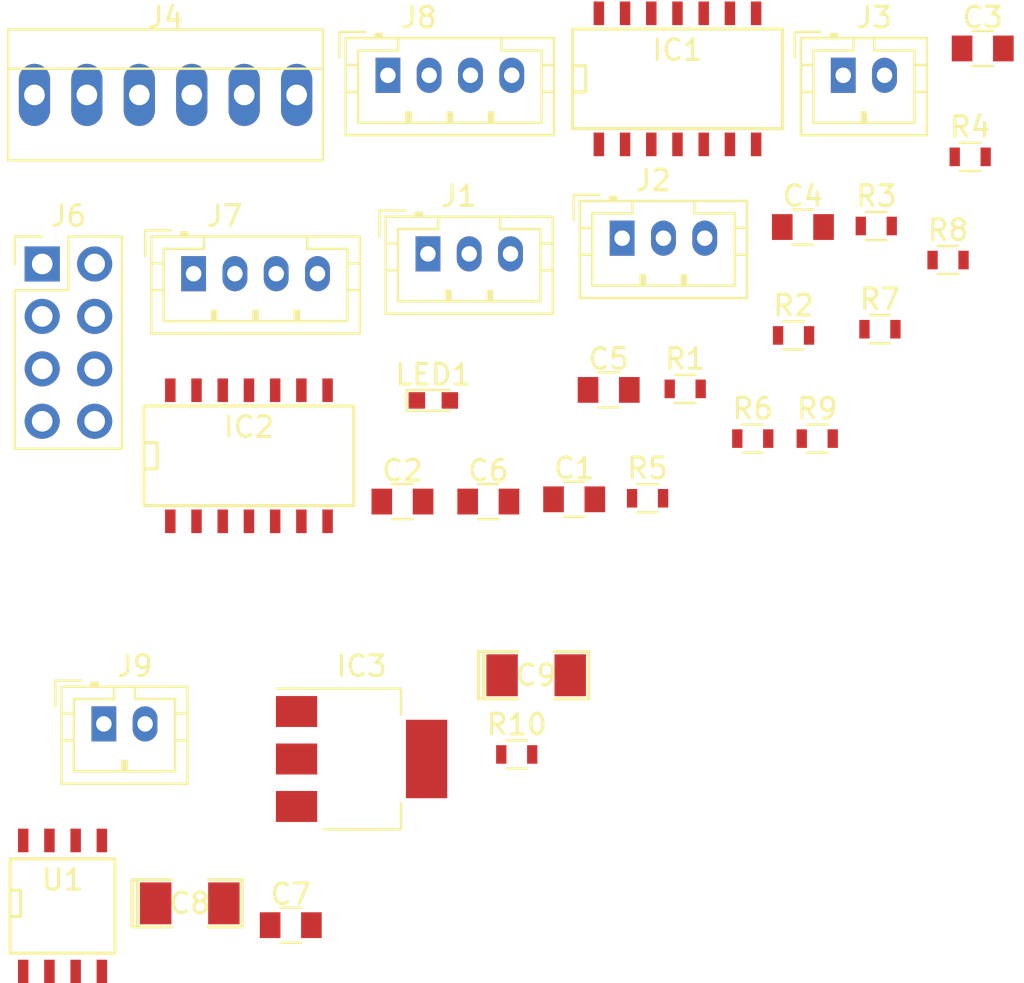
<source format=kicad_pcb>
(kicad_pcb (version 4) (host pcbnew 4.0.6-e0-6349~53~ubuntu16.04.1)

  (general
    (links 84)
    (no_connects 84)
    (area 0 0 0 0)
    (thickness 1.6)
    (drawings 0)
    (tracks 0)
    (zones 0)
    (modules 32)
    (nets 22)
  )

  (page A4)
  (layers
    (0 F.Cu signal)
    (31 B.Cu signal)
    (32 B.Adhes user)
    (33 F.Adhes user)
    (34 B.Paste user)
    (35 F.Paste user)
    (36 B.SilkS user)
    (37 F.SilkS user)
    (38 B.Mask user)
    (39 F.Mask user)
    (40 Dwgs.User user)
    (41 Cmts.User user)
    (42 Eco1.User user)
    (43 Eco2.User user)
    (44 Edge.Cuts user)
    (45 Margin user)
    (46 B.CrtYd user)
    (47 F.CrtYd user)
    (48 B.Fab user)
    (49 F.Fab user)
  )

  (setup
    (last_trace_width 0.25)
    (trace_clearance 0.2)
    (zone_clearance 0.508)
    (zone_45_only no)
    (trace_min 0.2)
    (segment_width 0.2)
    (edge_width 0.15)
    (via_size 0.6)
    (via_drill 0.4)
    (via_min_size 0.4)
    (via_min_drill 0.3)
    (uvia_size 0.3)
    (uvia_drill 0.1)
    (uvias_allowed no)
    (uvia_min_size 0.2)
    (uvia_min_drill 0.1)
    (pcb_text_width 0.3)
    (pcb_text_size 1.5 1.5)
    (mod_edge_width 0.15)
    (mod_text_size 1 1)
    (mod_text_width 0.15)
    (pad_size 1.524 1.524)
    (pad_drill 0.762)
    (pad_to_mask_clearance 0.2)
    (aux_axis_origin 0 0)
    (visible_elements FFFFFF7F)
    (pcbplotparams
      (layerselection 0x00030_80000001)
      (usegerberextensions false)
      (excludeedgelayer true)
      (linewidth 0.100000)
      (plotframeref false)
      (viasonmask false)
      (mode 1)
      (useauxorigin false)
      (hpglpennumber 1)
      (hpglpenspeed 20)
      (hpglpendiameter 15)
      (hpglpenoverlay 2)
      (psnegative false)
      (psa4output false)
      (plotreference true)
      (plotvalue true)
      (plotinvisibletext false)
      (padsonsilk false)
      (subtractmaskfromsilk false)
      (outputformat 1)
      (mirror false)
      (drillshape 1)
      (scaleselection 1)
      (outputdirectory ""))
  )

  (net 0 "")
  (net 1 "Net-(C1-Pad1)")
  (net 2 GND)
  (net 3 "Net-(C2-Pad1)")
  (net 4 "Net-(C3-Pad1)")
  (net 5 +3V3)
  (net 6 +5V)
  (net 7 P1.22)
  (net 8 "Net-(IC1-Pad13)")
  (net 9 "Net-(IC1-Pad12)")
  (net 10 "Net-(IC2-Pad3)")
  (net 11 P1.23)
  (net 12 "Net-(IC2-Pad6)")
  (net 13 P2.12)
  (net 14 "Net-(J1-Pad3)")
  (net 15 P2.11)
  (net 16 "Net-(J2-Pad3)")
  (net 17 P4.28)
  (net 18 RX)
  (net 19 "Net-(J9-Pad1)")
  (net 20 "Net-(J9-Pad2)")
  (net 21 "Net-(LED1-Pad2)")

  (net_class Default "This is the default net class."
    (clearance 0.2)
    (trace_width 0.25)
    (via_dia 0.6)
    (via_drill 0.4)
    (uvia_dia 0.3)
    (uvia_drill 0.1)
    (add_net +3V3)
    (add_net +5V)
    (add_net GND)
    (add_net "Net-(C1-Pad1)")
    (add_net "Net-(C2-Pad1)")
    (add_net "Net-(C3-Pad1)")
    (add_net "Net-(IC1-Pad12)")
    (add_net "Net-(IC1-Pad13)")
    (add_net "Net-(IC2-Pad3)")
    (add_net "Net-(IC2-Pad6)")
    (add_net "Net-(J1-Pad3)")
    (add_net "Net-(J2-Pad3)")
    (add_net "Net-(J9-Pad1)")
    (add_net "Net-(J9-Pad2)")
    (add_net "Net-(LED1-Pad2)")
    (add_net P1.22)
    (add_net P1.23)
    (add_net P2.11)
    (add_net P2.12)
    (add_net P4.28)
    (add_net RX)
  )

  (module Capacitors_SMD:C_0805 (layer F.Cu) (tedit 58AA8463) (tstamp 58F3D15F)
    (at 188.545952 121.47)
    (descr "Capacitor SMD 0805, reflow soldering, AVX (see smccp.pdf)")
    (tags "capacitor 0805")
    (path /58F2E7E7)
    (attr smd)
    (fp_text reference C1 (at 0 -1.5) (layer F.SilkS)
      (effects (font (size 1 1) (thickness 0.15)))
    )
    (fp_text value 100n (at 0 1.75) (layer F.Fab)
      (effects (font (size 1 1) (thickness 0.15)))
    )
    (fp_text user %R (at 0 -1.5) (layer F.Fab)
      (effects (font (size 1 1) (thickness 0.15)))
    )
    (fp_line (start -1 0.62) (end -1 -0.62) (layer F.Fab) (width 0.1))
    (fp_line (start 1 0.62) (end -1 0.62) (layer F.Fab) (width 0.1))
    (fp_line (start 1 -0.62) (end 1 0.62) (layer F.Fab) (width 0.1))
    (fp_line (start -1 -0.62) (end 1 -0.62) (layer F.Fab) (width 0.1))
    (fp_line (start 0.5 -0.85) (end -0.5 -0.85) (layer F.SilkS) (width 0.12))
    (fp_line (start -0.5 0.85) (end 0.5 0.85) (layer F.SilkS) (width 0.12))
    (fp_line (start -1.75 -0.88) (end 1.75 -0.88) (layer F.CrtYd) (width 0.05))
    (fp_line (start -1.75 -0.88) (end -1.75 0.87) (layer F.CrtYd) (width 0.05))
    (fp_line (start 1.75 0.87) (end 1.75 -0.88) (layer F.CrtYd) (width 0.05))
    (fp_line (start 1.75 0.87) (end -1.75 0.87) (layer F.CrtYd) (width 0.05))
    (pad 1 smd rect (at -1 0) (size 1 1.25) (layers F.Cu F.Paste F.Mask)
      (net 1 "Net-(C1-Pad1)"))
    (pad 2 smd rect (at 1 0) (size 1 1.25) (layers F.Cu F.Paste F.Mask)
      (net 2 GND))
    (model Capacitors_SMD.3dshapes/C_0805.wrl
      (at (xyz 0 0 0))
      (scale (xyz 1 1 1))
      (rotate (xyz 0 0 0))
    )
  )

  (module Capacitors_SMD:C_0805 (layer F.Cu) (tedit 58AA8463) (tstamp 58F3D165)
    (at 180.225952 121.58)
    (descr "Capacitor SMD 0805, reflow soldering, AVX (see smccp.pdf)")
    (tags "capacitor 0805")
    (path /58F2E6CC)
    (attr smd)
    (fp_text reference C2 (at 0 -1.5) (layer F.SilkS)
      (effects (font (size 1 1) (thickness 0.15)))
    )
    (fp_text value 100n (at 0 1.75) (layer F.Fab)
      (effects (font (size 1 1) (thickness 0.15)))
    )
    (fp_text user %R (at 0 -1.5) (layer F.Fab)
      (effects (font (size 1 1) (thickness 0.15)))
    )
    (fp_line (start -1 0.62) (end -1 -0.62) (layer F.Fab) (width 0.1))
    (fp_line (start 1 0.62) (end -1 0.62) (layer F.Fab) (width 0.1))
    (fp_line (start 1 -0.62) (end 1 0.62) (layer F.Fab) (width 0.1))
    (fp_line (start -1 -0.62) (end 1 -0.62) (layer F.Fab) (width 0.1))
    (fp_line (start 0.5 -0.85) (end -0.5 -0.85) (layer F.SilkS) (width 0.12))
    (fp_line (start -0.5 0.85) (end 0.5 0.85) (layer F.SilkS) (width 0.12))
    (fp_line (start -1.75 -0.88) (end 1.75 -0.88) (layer F.CrtYd) (width 0.05))
    (fp_line (start -1.75 -0.88) (end -1.75 0.87) (layer F.CrtYd) (width 0.05))
    (fp_line (start 1.75 0.87) (end 1.75 -0.88) (layer F.CrtYd) (width 0.05))
    (fp_line (start 1.75 0.87) (end -1.75 0.87) (layer F.CrtYd) (width 0.05))
    (pad 1 smd rect (at -1 0) (size 1 1.25) (layers F.Cu F.Paste F.Mask)
      (net 3 "Net-(C2-Pad1)"))
    (pad 2 smd rect (at 1 0) (size 1 1.25) (layers F.Cu F.Paste F.Mask)
      (net 2 GND))
    (model Capacitors_SMD.3dshapes/C_0805.wrl
      (at (xyz 0 0 0))
      (scale (xyz 1 1 1))
      (rotate (xyz 0 0 0))
    )
  )

  (module Capacitors_SMD:C_0805 (layer F.Cu) (tedit 58AA8463) (tstamp 58F3D16B)
    (at 208.335952 99.63)
    (descr "Capacitor SMD 0805, reflow soldering, AVX (see smccp.pdf)")
    (tags "capacitor 0805")
    (path /58F2E6C5)
    (attr smd)
    (fp_text reference C3 (at 0 -1.5) (layer F.SilkS)
      (effects (font (size 1 1) (thickness 0.15)))
    )
    (fp_text value 100n (at 0 1.75) (layer F.Fab)
      (effects (font (size 1 1) (thickness 0.15)))
    )
    (fp_text user %R (at 0 -1.5) (layer F.Fab)
      (effects (font (size 1 1) (thickness 0.15)))
    )
    (fp_line (start -1 0.62) (end -1 -0.62) (layer F.Fab) (width 0.1))
    (fp_line (start 1 0.62) (end -1 0.62) (layer F.Fab) (width 0.1))
    (fp_line (start 1 -0.62) (end 1 0.62) (layer F.Fab) (width 0.1))
    (fp_line (start -1 -0.62) (end 1 -0.62) (layer F.Fab) (width 0.1))
    (fp_line (start 0.5 -0.85) (end -0.5 -0.85) (layer F.SilkS) (width 0.12))
    (fp_line (start -0.5 0.85) (end 0.5 0.85) (layer F.SilkS) (width 0.12))
    (fp_line (start -1.75 -0.88) (end 1.75 -0.88) (layer F.CrtYd) (width 0.05))
    (fp_line (start -1.75 -0.88) (end -1.75 0.87) (layer F.CrtYd) (width 0.05))
    (fp_line (start 1.75 0.87) (end 1.75 -0.88) (layer F.CrtYd) (width 0.05))
    (fp_line (start 1.75 0.87) (end -1.75 0.87) (layer F.CrtYd) (width 0.05))
    (pad 1 smd rect (at -1 0) (size 1 1.25) (layers F.Cu F.Paste F.Mask)
      (net 4 "Net-(C3-Pad1)"))
    (pad 2 smd rect (at 1 0) (size 1 1.25) (layers F.Cu F.Paste F.Mask)
      (net 2 GND))
    (model Capacitors_SMD.3dshapes/C_0805.wrl
      (at (xyz 0 0 0))
      (scale (xyz 1 1 1))
      (rotate (xyz 0 0 0))
    )
  )

  (module Capacitors_SMD:C_0805 (layer F.Cu) (tedit 58AA8463) (tstamp 58F3D171)
    (at 199.625952 108.28)
    (descr "Capacitor SMD 0805, reflow soldering, AVX (see smccp.pdf)")
    (tags "capacitor 0805")
    (path /58F2E5F9)
    (attr smd)
    (fp_text reference C4 (at 0 -1.5) (layer F.SilkS)
      (effects (font (size 1 1) (thickness 0.15)))
    )
    (fp_text value 100n (at 0 1.75) (layer F.Fab)
      (effects (font (size 1 1) (thickness 0.15)))
    )
    (fp_text user %R (at 0 -1.5) (layer F.Fab)
      (effects (font (size 1 1) (thickness 0.15)))
    )
    (fp_line (start -1 0.62) (end -1 -0.62) (layer F.Fab) (width 0.1))
    (fp_line (start 1 0.62) (end -1 0.62) (layer F.Fab) (width 0.1))
    (fp_line (start 1 -0.62) (end 1 0.62) (layer F.Fab) (width 0.1))
    (fp_line (start -1 -0.62) (end 1 -0.62) (layer F.Fab) (width 0.1))
    (fp_line (start 0.5 -0.85) (end -0.5 -0.85) (layer F.SilkS) (width 0.12))
    (fp_line (start -0.5 0.85) (end 0.5 0.85) (layer F.SilkS) (width 0.12))
    (fp_line (start -1.75 -0.88) (end 1.75 -0.88) (layer F.CrtYd) (width 0.05))
    (fp_line (start -1.75 -0.88) (end -1.75 0.87) (layer F.CrtYd) (width 0.05))
    (fp_line (start 1.75 0.87) (end 1.75 -0.88) (layer F.CrtYd) (width 0.05))
    (fp_line (start 1.75 0.87) (end -1.75 0.87) (layer F.CrtYd) (width 0.05))
    (pad 1 smd rect (at -1 0) (size 1 1.25) (layers F.Cu F.Paste F.Mask)
      (net 5 +3V3))
    (pad 2 smd rect (at 1 0) (size 1 1.25) (layers F.Cu F.Paste F.Mask)
      (net 2 GND))
    (model Capacitors_SMD.3dshapes/C_0805.wrl
      (at (xyz 0 0 0))
      (scale (xyz 1 1 1))
      (rotate (xyz 0 0 0))
    )
  )

  (module Capacitors_SMD:C_0805 (layer F.Cu) (tedit 58AA8463) (tstamp 58F3D177)
    (at 190.215952 116.17)
    (descr "Capacitor SMD 0805, reflow soldering, AVX (see smccp.pdf)")
    (tags "capacitor 0805")
    (path /58F2E73B)
    (attr smd)
    (fp_text reference C5 (at 0 -1.5) (layer F.SilkS)
      (effects (font (size 1 1) (thickness 0.15)))
    )
    (fp_text value 100n (at 0 1.75) (layer F.Fab)
      (effects (font (size 1 1) (thickness 0.15)))
    )
    (fp_text user %R (at 0 -1.5) (layer F.Fab)
      (effects (font (size 1 1) (thickness 0.15)))
    )
    (fp_line (start -1 0.62) (end -1 -0.62) (layer F.Fab) (width 0.1))
    (fp_line (start 1 0.62) (end -1 0.62) (layer F.Fab) (width 0.1))
    (fp_line (start 1 -0.62) (end 1 0.62) (layer F.Fab) (width 0.1))
    (fp_line (start -1 -0.62) (end 1 -0.62) (layer F.Fab) (width 0.1))
    (fp_line (start 0.5 -0.85) (end -0.5 -0.85) (layer F.SilkS) (width 0.12))
    (fp_line (start -0.5 0.85) (end 0.5 0.85) (layer F.SilkS) (width 0.12))
    (fp_line (start -1.75 -0.88) (end 1.75 -0.88) (layer F.CrtYd) (width 0.05))
    (fp_line (start -1.75 -0.88) (end -1.75 0.87) (layer F.CrtYd) (width 0.05))
    (fp_line (start 1.75 0.87) (end 1.75 -0.88) (layer F.CrtYd) (width 0.05))
    (fp_line (start 1.75 0.87) (end -1.75 0.87) (layer F.CrtYd) (width 0.05))
    (pad 1 smd rect (at -1 0) (size 1 1.25) (layers F.Cu F.Paste F.Mask)
      (net 6 +5V))
    (pad 2 smd rect (at 1 0) (size 1 1.25) (layers F.Cu F.Paste F.Mask)
      (net 2 GND))
    (model Capacitors_SMD.3dshapes/C_0805.wrl
      (at (xyz 0 0 0))
      (scale (xyz 1 1 1))
      (rotate (xyz 0 0 0))
    )
  )

  (module Capacitors_SMD:C_0805 (layer F.Cu) (tedit 58AA8463) (tstamp 58F3D17D)
    (at 184.385952 121.58)
    (descr "Capacitor SMD 0805, reflow soldering, AVX (see smccp.pdf)")
    (tags "capacitor 0805")
    (path /58F3E937)
    (attr smd)
    (fp_text reference C6 (at 0 -1.5) (layer F.SilkS)
      (effects (font (size 1 1) (thickness 0.15)))
    )
    (fp_text value 100n (at 0 1.75) (layer F.Fab)
      (effects (font (size 1 1) (thickness 0.15)))
    )
    (fp_text user %R (at 0 -1.5) (layer F.Fab)
      (effects (font (size 1 1) (thickness 0.15)))
    )
    (fp_line (start -1 0.62) (end -1 -0.62) (layer F.Fab) (width 0.1))
    (fp_line (start 1 0.62) (end -1 0.62) (layer F.Fab) (width 0.1))
    (fp_line (start 1 -0.62) (end 1 0.62) (layer F.Fab) (width 0.1))
    (fp_line (start -1 -0.62) (end 1 -0.62) (layer F.Fab) (width 0.1))
    (fp_line (start 0.5 -0.85) (end -0.5 -0.85) (layer F.SilkS) (width 0.12))
    (fp_line (start -0.5 0.85) (end 0.5 0.85) (layer F.SilkS) (width 0.12))
    (fp_line (start -1.75 -0.88) (end 1.75 -0.88) (layer F.CrtYd) (width 0.05))
    (fp_line (start -1.75 -0.88) (end -1.75 0.87) (layer F.CrtYd) (width 0.05))
    (fp_line (start 1.75 0.87) (end 1.75 -0.88) (layer F.CrtYd) (width 0.05))
    (fp_line (start 1.75 0.87) (end -1.75 0.87) (layer F.CrtYd) (width 0.05))
    (pad 1 smd rect (at -1 0) (size 1 1.25) (layers F.Cu F.Paste F.Mask)
      (net 6 +5V))
    (pad 2 smd rect (at 1 0) (size 1 1.25) (layers F.Cu F.Paste F.Mask)
      (net 2 GND))
    (model Capacitors_SMD.3dshapes/C_0805.wrl
      (at (xyz 0 0 0))
      (scale (xyz 1 1 1))
      (rotate (xyz 0 0 0))
    )
  )

  (module Capacitors_SMD:C_0805 (layer F.Cu) (tedit 58AA8463) (tstamp 58F3D183)
    (at 174.815952 142.1)
    (descr "Capacitor SMD 0805, reflow soldering, AVX (see smccp.pdf)")
    (tags "capacitor 0805")
    (path /58F3B713/58F3B8FA)
    (attr smd)
    (fp_text reference C7 (at 0 -1.5) (layer F.SilkS)
      (effects (font (size 1 1) (thickness 0.15)))
    )
    (fp_text value 100n (at 0 1.75) (layer F.Fab)
      (effects (font (size 1 1) (thickness 0.15)))
    )
    (fp_text user %R (at 0 -1.5) (layer F.Fab)
      (effects (font (size 1 1) (thickness 0.15)))
    )
    (fp_line (start -1 0.62) (end -1 -0.62) (layer F.Fab) (width 0.1))
    (fp_line (start 1 0.62) (end -1 0.62) (layer F.Fab) (width 0.1))
    (fp_line (start 1 -0.62) (end 1 0.62) (layer F.Fab) (width 0.1))
    (fp_line (start -1 -0.62) (end 1 -0.62) (layer F.Fab) (width 0.1))
    (fp_line (start 0.5 -0.85) (end -0.5 -0.85) (layer F.SilkS) (width 0.12))
    (fp_line (start -0.5 0.85) (end 0.5 0.85) (layer F.SilkS) (width 0.12))
    (fp_line (start -1.75 -0.88) (end 1.75 -0.88) (layer F.CrtYd) (width 0.05))
    (fp_line (start -1.75 -0.88) (end -1.75 0.87) (layer F.CrtYd) (width 0.05))
    (fp_line (start 1.75 0.87) (end 1.75 -0.88) (layer F.CrtYd) (width 0.05))
    (fp_line (start 1.75 0.87) (end -1.75 0.87) (layer F.CrtYd) (width 0.05))
    (pad 1 smd rect (at -1 0) (size 1 1.25) (layers F.Cu F.Paste F.Mask)
      (net 6 +5V))
    (pad 2 smd rect (at 1 0) (size 1 1.25) (layers F.Cu F.Paste F.Mask)
      (net 2 GND))
    (model Capacitors_SMD.3dshapes/C_0805.wrl
      (at (xyz 0 0 0))
      (scale (xyz 1 1 1))
      (rotate (xyz 0 0 0))
    )
  )

  (module SMD_Packages:SMD-1206_Pol (layer F.Cu) (tedit 0) (tstamp 58F3D189)
    (at 169.924001 141.043001)
    (path /58F3B713/58F459E6)
    (attr smd)
    (fp_text reference C8 (at 0 0) (layer F.SilkS)
      (effects (font (size 1 1) (thickness 0.15)))
    )
    (fp_text value 100u (at 0 0) (layer F.Fab)
      (effects (font (size 1 1) (thickness 0.15)))
    )
    (fp_line (start -2.54 -1.143) (end -2.794 -1.143) (layer F.SilkS) (width 0.15))
    (fp_line (start -2.794 -1.143) (end -2.794 1.143) (layer F.SilkS) (width 0.15))
    (fp_line (start -2.794 1.143) (end -2.54 1.143) (layer F.SilkS) (width 0.15))
    (fp_line (start -2.54 -1.143) (end -2.54 1.143) (layer F.SilkS) (width 0.15))
    (fp_line (start -2.54 1.143) (end -0.889 1.143) (layer F.SilkS) (width 0.15))
    (fp_line (start 0.889 -1.143) (end 2.54 -1.143) (layer F.SilkS) (width 0.15))
    (fp_line (start 2.54 -1.143) (end 2.54 1.143) (layer F.SilkS) (width 0.15))
    (fp_line (start 2.54 1.143) (end 0.889 1.143) (layer F.SilkS) (width 0.15))
    (fp_line (start -0.889 -1.143) (end -2.54 -1.143) (layer F.SilkS) (width 0.15))
    (pad 1 smd rect (at -1.651 0) (size 1.524 2.032) (layers F.Cu F.Paste F.Mask)
      (net 6 +5V))
    (pad 2 smd rect (at 1.651 0) (size 1.524 2.032) (layers F.Cu F.Paste F.Mask)
      (net 2 GND))
    (model SMD_Packages.3dshapes/SMD-1206_Pol.wrl
      (at (xyz 0 0 0))
      (scale (xyz 0.17 0.16 0.16))
      (rotate (xyz 0 0 0))
    )
  )

  (module SMD_Packages:SMD-1206_Pol (layer F.Cu) (tedit 0) (tstamp 58F3D18F)
    (at 186.704001 129.993001)
    (path /58F3B713/58F45AA7)
    (attr smd)
    (fp_text reference C9 (at 0 0) (layer F.SilkS)
      (effects (font (size 1 1) (thickness 0.15)))
    )
    (fp_text value 100u (at 0 0) (layer F.Fab)
      (effects (font (size 1 1) (thickness 0.15)))
    )
    (fp_line (start -2.54 -1.143) (end -2.794 -1.143) (layer F.SilkS) (width 0.15))
    (fp_line (start -2.794 -1.143) (end -2.794 1.143) (layer F.SilkS) (width 0.15))
    (fp_line (start -2.794 1.143) (end -2.54 1.143) (layer F.SilkS) (width 0.15))
    (fp_line (start -2.54 -1.143) (end -2.54 1.143) (layer F.SilkS) (width 0.15))
    (fp_line (start -2.54 1.143) (end -0.889 1.143) (layer F.SilkS) (width 0.15))
    (fp_line (start 0.889 -1.143) (end 2.54 -1.143) (layer F.SilkS) (width 0.15))
    (fp_line (start 2.54 -1.143) (end 2.54 1.143) (layer F.SilkS) (width 0.15))
    (fp_line (start 2.54 1.143) (end 0.889 1.143) (layer F.SilkS) (width 0.15))
    (fp_line (start -0.889 -1.143) (end -2.54 -1.143) (layer F.SilkS) (width 0.15))
    (pad 1 smd rect (at -1.651 0) (size 1.524 2.032) (layers F.Cu F.Paste F.Mask)
      (net 5 +3V3))
    (pad 2 smd rect (at 1.651 0) (size 1.524 2.032) (layers F.Cu F.Paste F.Mask)
      (net 2 GND))
    (model SMD_Packages.3dshapes/SMD-1206_Pol.wrl
      (at (xyz 0 0 0))
      (scale (xyz 0.17 0.16 0.16))
      (rotate (xyz 0 0 0))
    )
  )

  (module SMD_Packages:SOIC-14_N (layer F.Cu) (tedit 0) (tstamp 58F3D1A1)
    (at 193.550001 100.9745)
    (descr "Module CMS SOJ 14 pins Large")
    (tags "CMS SOJ")
    (path /58F2E55D)
    (attr smd)
    (fp_text reference IC1 (at 0 -1.27) (layer F.SilkS)
      (effects (font (size 1 1) (thickness 0.15)))
    )
    (fp_text value 74LV11 (at 0 1.27) (layer F.Fab)
      (effects (font (size 1 1) (thickness 0.15)))
    )
    (fp_line (start 5.08 -2.286) (end 5.08 2.54) (layer F.SilkS) (width 0.15))
    (fp_line (start 5.08 2.54) (end -5.08 2.54) (layer F.SilkS) (width 0.15))
    (fp_line (start -5.08 2.54) (end -5.08 -2.286) (layer F.SilkS) (width 0.15))
    (fp_line (start -5.08 -2.286) (end 5.08 -2.286) (layer F.SilkS) (width 0.15))
    (fp_line (start -5.08 -0.508) (end -4.445 -0.508) (layer F.SilkS) (width 0.15))
    (fp_line (start -4.445 -0.508) (end -4.445 0.762) (layer F.SilkS) (width 0.15))
    (fp_line (start -4.445 0.762) (end -5.08 0.762) (layer F.SilkS) (width 0.15))
    (pad 1 smd rect (at -3.81 3.302) (size 0.508 1.143) (layers F.Cu F.Paste F.Mask)
      (net 5 +3V3))
    (pad 2 smd rect (at -2.54 3.302) (size 0.508 1.143) (layers F.Cu F.Paste F.Mask)
      (net 1 "Net-(C1-Pad1)"))
    (pad 3 smd rect (at -1.27 3.302) (size 0.508 1.143) (layers F.Cu F.Paste F.Mask)
      (net 7 P1.22))
    (pad 4 smd rect (at 0 3.302) (size 0.508 1.143) (layers F.Cu F.Paste F.Mask)
      (net 4 "Net-(C3-Pad1)"))
    (pad 5 smd rect (at 1.27 3.302) (size 0.508 1.143) (layers F.Cu F.Paste F.Mask)
      (net 3 "Net-(C2-Pad1)"))
    (pad 6 smd rect (at 2.54 3.302) (size 0.508 1.143) (layers F.Cu F.Paste F.Mask)
      (net 8 "Net-(IC1-Pad13)"))
    (pad 7 smd rect (at 3.81 3.302) (size 0.508 1.143) (layers F.Cu F.Paste F.Mask)
      (net 2 GND))
    (pad 8 smd rect (at 3.81 -3.048) (size 0.508 1.143) (layers F.Cu F.Paste F.Mask))
    (pad 9 smd rect (at 2.54 -3.048) (size 0.508 1.143) (layers F.Cu F.Paste F.Mask)
      (net 2 GND))
    (pad 11 smd rect (at 0 -3.048) (size 0.508 1.143) (layers F.Cu F.Paste F.Mask)
      (net 2 GND))
    (pad 12 smd rect (at -1.27 -3.048) (size 0.508 1.143) (layers F.Cu F.Paste F.Mask)
      (net 9 "Net-(IC1-Pad12)"))
    (pad 13 smd rect (at -2.54 -3.048) (size 0.508 1.143) (layers F.Cu F.Paste F.Mask)
      (net 8 "Net-(IC1-Pad13)"))
    (pad 14 smd rect (at -3.81 -3.048) (size 0.508 1.143) (layers F.Cu F.Paste F.Mask)
      (net 5 +3V3))
    (pad 10 smd rect (at 1.27 -3.048) (size 0.508 1.143) (layers F.Cu F.Paste F.Mask)
      (net 2 GND))
    (model SMD_Packages.3dshapes/SOIC-14_N.wrl
      (at (xyz 0 0 0))
      (scale (xyz 0.5 0.4 0.5))
      (rotate (xyz 0 0 0))
    )
  )

  (module SMD_Packages:SOIC-14_N (layer F.Cu) (tedit 0) (tstamp 58F3D1B3)
    (at 172.790001 119.2345)
    (descr "Module CMS SOJ 14 pins Large")
    (tags "CMS SOJ")
    (path /58F2E61F)
    (attr smd)
    (fp_text reference IC2 (at 0 -1.27) (layer F.SilkS)
      (effects (font (size 1 1) (thickness 0.15)))
    )
    (fp_text value 74HCT08 (at 0 1.27) (layer F.Fab)
      (effects (font (size 1 1) (thickness 0.15)))
    )
    (fp_line (start 5.08 -2.286) (end 5.08 2.54) (layer F.SilkS) (width 0.15))
    (fp_line (start 5.08 2.54) (end -5.08 2.54) (layer F.SilkS) (width 0.15))
    (fp_line (start -5.08 2.54) (end -5.08 -2.286) (layer F.SilkS) (width 0.15))
    (fp_line (start -5.08 -2.286) (end 5.08 -2.286) (layer F.SilkS) (width 0.15))
    (fp_line (start -5.08 -0.508) (end -4.445 -0.508) (layer F.SilkS) (width 0.15))
    (fp_line (start -4.445 -0.508) (end -4.445 0.762) (layer F.SilkS) (width 0.15))
    (fp_line (start -4.445 0.762) (end -5.08 0.762) (layer F.SilkS) (width 0.15))
    (pad 1 smd rect (at -3.81 3.302) (size 0.508 1.143) (layers F.Cu F.Paste F.Mask)
      (net 6 +5V))
    (pad 2 smd rect (at -2.54 3.302) (size 0.508 1.143) (layers F.Cu F.Paste F.Mask)
      (net 9 "Net-(IC1-Pad12)"))
    (pad 3 smd rect (at -1.27 3.302) (size 0.508 1.143) (layers F.Cu F.Paste F.Mask)
      (net 10 "Net-(IC2-Pad3)"))
    (pad 4 smd rect (at 0 3.302) (size 0.508 1.143) (layers F.Cu F.Paste F.Mask)
      (net 6 +5V))
    (pad 5 smd rect (at 1.27 3.302) (size 0.508 1.143) (layers F.Cu F.Paste F.Mask)
      (net 11 P1.23))
    (pad 6 smd rect (at 2.54 3.302) (size 0.508 1.143) (layers F.Cu F.Paste F.Mask)
      (net 12 "Net-(IC2-Pad6)"))
    (pad 7 smd rect (at 3.81 3.302) (size 0.508 1.143) (layers F.Cu F.Paste F.Mask)
      (net 2 GND))
    (pad 8 smd rect (at 3.81 -3.048) (size 0.508 1.143) (layers F.Cu F.Paste F.Mask))
    (pad 9 smd rect (at 2.54 -3.048) (size 0.508 1.143) (layers F.Cu F.Paste F.Mask)
      (net 6 +5V))
    (pad 11 smd rect (at 0 -3.048) (size 0.508 1.143) (layers F.Cu F.Paste F.Mask))
    (pad 12 smd rect (at -1.27 -3.048) (size 0.508 1.143) (layers F.Cu F.Paste F.Mask)
      (net 6 +5V))
    (pad 13 smd rect (at -2.54 -3.048) (size 0.508 1.143) (layers F.Cu F.Paste F.Mask)
      (net 6 +5V))
    (pad 14 smd rect (at -3.81 -3.048) (size 0.508 1.143) (layers F.Cu F.Paste F.Mask)
      (net 6 +5V))
    (pad 10 smd rect (at 1.27 -3.048) (size 0.508 1.143) (layers F.Cu F.Paste F.Mask)
      (net 6 +5V))
    (model SMD_Packages.3dshapes/SOIC-14_N.wrl
      (at (xyz 0 0 0))
      (scale (xyz 0.5 0.4 0.5))
      (rotate (xyz 0 0 0))
    )
  )

  (module TO_SOT_Packages_SMD:SOT-223 (layer F.Cu) (tedit 58CE4E7E) (tstamp 58F3D1BB)
    (at 178.245476 134.05)
    (descr "module CMS SOT223 4 pins")
    (tags "CMS SOT")
    (path /58F3B713/58F45901)
    (attr smd)
    (fp_text reference IC3 (at 0 -4.5) (layer F.SilkS)
      (effects (font (size 1 1) (thickness 0.15)))
    )
    (fp_text value AMS1117-3.3 (at 0 4.5) (layer F.Fab)
      (effects (font (size 1 1) (thickness 0.15)))
    )
    (fp_text user %R (at 0 0) (layer F.Fab)
      (effects (font (size 0.8 0.8) (thickness 0.12)))
    )
    (fp_line (start -1.85 -2.3) (end -0.8 -3.35) (layer F.Fab) (width 0.1))
    (fp_line (start 1.91 3.41) (end 1.91 2.15) (layer F.SilkS) (width 0.12))
    (fp_line (start 1.91 -3.41) (end 1.91 -2.15) (layer F.SilkS) (width 0.12))
    (fp_line (start 4.4 -3.6) (end -4.4 -3.6) (layer F.CrtYd) (width 0.05))
    (fp_line (start 4.4 3.6) (end 4.4 -3.6) (layer F.CrtYd) (width 0.05))
    (fp_line (start -4.4 3.6) (end 4.4 3.6) (layer F.CrtYd) (width 0.05))
    (fp_line (start -4.4 -3.6) (end -4.4 3.6) (layer F.CrtYd) (width 0.05))
    (fp_line (start -1.85 -2.3) (end -1.85 3.35) (layer F.Fab) (width 0.1))
    (fp_line (start -1.85 3.41) (end 1.91 3.41) (layer F.SilkS) (width 0.12))
    (fp_line (start -0.8 -3.35) (end 1.85 -3.35) (layer F.Fab) (width 0.1))
    (fp_line (start -4.1 -3.41) (end 1.91 -3.41) (layer F.SilkS) (width 0.12))
    (fp_line (start -1.85 3.35) (end 1.85 3.35) (layer F.Fab) (width 0.1))
    (fp_line (start 1.85 -3.35) (end 1.85 3.35) (layer F.Fab) (width 0.1))
    (pad 4 smd rect (at 3.15 0) (size 2 3.8) (layers F.Cu F.Paste F.Mask)
      (net 5 +3V3))
    (pad 2 smd rect (at -3.15 0) (size 2 1.5) (layers F.Cu F.Paste F.Mask)
      (net 5 +3V3))
    (pad 3 smd rect (at -3.15 2.3) (size 2 1.5) (layers F.Cu F.Paste F.Mask)
      (net 6 +5V))
    (pad 1 smd rect (at -3.15 -2.3) (size 2 1.5) (layers F.Cu F.Paste F.Mask)
      (net 2 GND))
    (model ${KISYS3DMOD}/TO_SOT_Packages_SMD.3dshapes/SOT-223.wrl
      (at (xyz 0 0 0))
      (scale (xyz 1 1 1))
      (rotate (xyz 0 0 0))
    )
  )

  (module Connectors_JST:JST_PH_B3B-PH-K_03x2.00mm_Straight (layer F.Cu) (tedit 58D3FE4F) (tstamp 58F3D1C2)
    (at 181.460001 109.58)
    (descr "JST PH series connector, B3B-PH-K, top entry type, through hole, Datasheet: http://www.jst-mfg.com/product/pdf/eng/ePH.pdf")
    (tags "connector jst ph")
    (path /58F30649)
    (fp_text reference J1 (at 1.5 -2.8) (layer F.SilkS)
      (effects (font (size 1 1) (thickness 0.15)))
    )
    (fp_text value DOOR1 (at 2 3.8) (layer F.Fab)
      (effects (font (size 1 1) (thickness 0.15)))
    )
    (fp_line (start -2.05 -1.8) (end -2.05 2.9) (layer F.SilkS) (width 0.12))
    (fp_line (start -2.05 2.9) (end 6.05 2.9) (layer F.SilkS) (width 0.12))
    (fp_line (start 6.05 2.9) (end 6.05 -1.8) (layer F.SilkS) (width 0.12))
    (fp_line (start 6.05 -1.8) (end -2.05 -1.8) (layer F.SilkS) (width 0.12))
    (fp_line (start 0.5 -1.8) (end 0.5 -1.2) (layer F.SilkS) (width 0.12))
    (fp_line (start 0.5 -1.2) (end -1.45 -1.2) (layer F.SilkS) (width 0.12))
    (fp_line (start -1.45 -1.2) (end -1.45 2.3) (layer F.SilkS) (width 0.12))
    (fp_line (start -1.45 2.3) (end 5.45 2.3) (layer F.SilkS) (width 0.12))
    (fp_line (start 5.45 2.3) (end 5.45 -1.2) (layer F.SilkS) (width 0.12))
    (fp_line (start 5.45 -1.2) (end 3.5 -1.2) (layer F.SilkS) (width 0.12))
    (fp_line (start 3.5 -1.2) (end 3.5 -1.8) (layer F.SilkS) (width 0.12))
    (fp_line (start -2.05 -0.5) (end -1.45 -0.5) (layer F.SilkS) (width 0.12))
    (fp_line (start -2.05 0.8) (end -1.45 0.8) (layer F.SilkS) (width 0.12))
    (fp_line (start 6.05 -0.5) (end 5.45 -0.5) (layer F.SilkS) (width 0.12))
    (fp_line (start 6.05 0.8) (end 5.45 0.8) (layer F.SilkS) (width 0.12))
    (fp_line (start -0.3 -1.8) (end -0.3 -2) (layer F.SilkS) (width 0.12))
    (fp_line (start -0.3 -2) (end -0.6 -2) (layer F.SilkS) (width 0.12))
    (fp_line (start -0.6 -2) (end -0.6 -1.8) (layer F.SilkS) (width 0.12))
    (fp_line (start -0.3 -1.9) (end -0.6 -1.9) (layer F.SilkS) (width 0.12))
    (fp_line (start 0.9 2.3) (end 0.9 1.8) (layer F.SilkS) (width 0.12))
    (fp_line (start 0.9 1.8) (end 1.1 1.8) (layer F.SilkS) (width 0.12))
    (fp_line (start 1.1 1.8) (end 1.1 2.3) (layer F.SilkS) (width 0.12))
    (fp_line (start 1 2.3) (end 1 1.8) (layer F.SilkS) (width 0.12))
    (fp_line (start 2.9 2.3) (end 2.9 1.8) (layer F.SilkS) (width 0.12))
    (fp_line (start 2.9 1.8) (end 3.1 1.8) (layer F.SilkS) (width 0.12))
    (fp_line (start 3.1 1.8) (end 3.1 2.3) (layer F.SilkS) (width 0.12))
    (fp_line (start 3 2.3) (end 3 1.8) (layer F.SilkS) (width 0.12))
    (fp_line (start -1.1 -2.1) (end -2.35 -2.1) (layer F.SilkS) (width 0.12))
    (fp_line (start -2.35 -2.1) (end -2.35 -0.85) (layer F.SilkS) (width 0.12))
    (fp_line (start -1.1 -2.1) (end -2.35 -2.1) (layer F.Fab) (width 0.1))
    (fp_line (start -2.35 -2.1) (end -2.35 -0.85) (layer F.Fab) (width 0.1))
    (fp_line (start -1.95 -1.7) (end -1.95 2.8) (layer F.Fab) (width 0.1))
    (fp_line (start -1.95 2.8) (end 5.95 2.8) (layer F.Fab) (width 0.1))
    (fp_line (start 5.95 2.8) (end 5.95 -1.7) (layer F.Fab) (width 0.1))
    (fp_line (start 5.95 -1.7) (end -1.95 -1.7) (layer F.Fab) (width 0.1))
    (fp_line (start -2.45 -2.2) (end -2.45 3.3) (layer F.CrtYd) (width 0.05))
    (fp_line (start -2.45 3.3) (end 6.45 3.3) (layer F.CrtYd) (width 0.05))
    (fp_line (start 6.45 3.3) (end 6.45 -2.2) (layer F.CrtYd) (width 0.05))
    (fp_line (start 6.45 -2.2) (end -2.45 -2.2) (layer F.CrtYd) (width 0.05))
    (fp_text user %R (at 2 1.5) (layer F.Fab)
      (effects (font (size 1 1) (thickness 0.15)))
    )
    (pad 1 thru_hole rect (at 0 0) (size 1.2 1.7) (drill 0.75) (layers *.Cu *.Mask)
      (net 2 GND))
    (pad 2 thru_hole oval (at 2 0) (size 1.2 1.7) (drill 0.75) (layers *.Cu *.Mask)
      (net 13 P2.12))
    (pad 3 thru_hole oval (at 4 0) (size 1.2 1.7) (drill 0.75) (layers *.Cu *.Mask)
      (net 14 "Net-(J1-Pad3)"))
    (model ${KISYS3DMOD}/Connectors_JST.3dshapes/JST_PH_B3B-PH-K_03x2.00mm_Straight.wrl
      (at (xyz 0 0 0))
      (scale (xyz 1 1 1))
      (rotate (xyz 0 0 0))
    )
  )

  (module Connectors_JST:JST_PH_B3B-PH-K_03x2.00mm_Straight (layer F.Cu) (tedit 58D3FE4F) (tstamp 58F3D1C9)
    (at 190.870001 108.82)
    (descr "JST PH series connector, B3B-PH-K, top entry type, through hole, Datasheet: http://www.jst-mfg.com/product/pdf/eng/ePH.pdf")
    (tags "connector jst ph")
    (path /58F307D4)
    (fp_text reference J2 (at 1.5 -2.8) (layer F.SilkS)
      (effects (font (size 1 1) (thickness 0.15)))
    )
    (fp_text value DOOR2 (at 2 3.8) (layer F.Fab)
      (effects (font (size 1 1) (thickness 0.15)))
    )
    (fp_line (start -2.05 -1.8) (end -2.05 2.9) (layer F.SilkS) (width 0.12))
    (fp_line (start -2.05 2.9) (end 6.05 2.9) (layer F.SilkS) (width 0.12))
    (fp_line (start 6.05 2.9) (end 6.05 -1.8) (layer F.SilkS) (width 0.12))
    (fp_line (start 6.05 -1.8) (end -2.05 -1.8) (layer F.SilkS) (width 0.12))
    (fp_line (start 0.5 -1.8) (end 0.5 -1.2) (layer F.SilkS) (width 0.12))
    (fp_line (start 0.5 -1.2) (end -1.45 -1.2) (layer F.SilkS) (width 0.12))
    (fp_line (start -1.45 -1.2) (end -1.45 2.3) (layer F.SilkS) (width 0.12))
    (fp_line (start -1.45 2.3) (end 5.45 2.3) (layer F.SilkS) (width 0.12))
    (fp_line (start 5.45 2.3) (end 5.45 -1.2) (layer F.SilkS) (width 0.12))
    (fp_line (start 5.45 -1.2) (end 3.5 -1.2) (layer F.SilkS) (width 0.12))
    (fp_line (start 3.5 -1.2) (end 3.5 -1.8) (layer F.SilkS) (width 0.12))
    (fp_line (start -2.05 -0.5) (end -1.45 -0.5) (layer F.SilkS) (width 0.12))
    (fp_line (start -2.05 0.8) (end -1.45 0.8) (layer F.SilkS) (width 0.12))
    (fp_line (start 6.05 -0.5) (end 5.45 -0.5) (layer F.SilkS) (width 0.12))
    (fp_line (start 6.05 0.8) (end 5.45 0.8) (layer F.SilkS) (width 0.12))
    (fp_line (start -0.3 -1.8) (end -0.3 -2) (layer F.SilkS) (width 0.12))
    (fp_line (start -0.3 -2) (end -0.6 -2) (layer F.SilkS) (width 0.12))
    (fp_line (start -0.6 -2) (end -0.6 -1.8) (layer F.SilkS) (width 0.12))
    (fp_line (start -0.3 -1.9) (end -0.6 -1.9) (layer F.SilkS) (width 0.12))
    (fp_line (start 0.9 2.3) (end 0.9 1.8) (layer F.SilkS) (width 0.12))
    (fp_line (start 0.9 1.8) (end 1.1 1.8) (layer F.SilkS) (width 0.12))
    (fp_line (start 1.1 1.8) (end 1.1 2.3) (layer F.SilkS) (width 0.12))
    (fp_line (start 1 2.3) (end 1 1.8) (layer F.SilkS) (width 0.12))
    (fp_line (start 2.9 2.3) (end 2.9 1.8) (layer F.SilkS) (width 0.12))
    (fp_line (start 2.9 1.8) (end 3.1 1.8) (layer F.SilkS) (width 0.12))
    (fp_line (start 3.1 1.8) (end 3.1 2.3) (layer F.SilkS) (width 0.12))
    (fp_line (start 3 2.3) (end 3 1.8) (layer F.SilkS) (width 0.12))
    (fp_line (start -1.1 -2.1) (end -2.35 -2.1) (layer F.SilkS) (width 0.12))
    (fp_line (start -2.35 -2.1) (end -2.35 -0.85) (layer F.SilkS) (width 0.12))
    (fp_line (start -1.1 -2.1) (end -2.35 -2.1) (layer F.Fab) (width 0.1))
    (fp_line (start -2.35 -2.1) (end -2.35 -0.85) (layer F.Fab) (width 0.1))
    (fp_line (start -1.95 -1.7) (end -1.95 2.8) (layer F.Fab) (width 0.1))
    (fp_line (start -1.95 2.8) (end 5.95 2.8) (layer F.Fab) (width 0.1))
    (fp_line (start 5.95 2.8) (end 5.95 -1.7) (layer F.Fab) (width 0.1))
    (fp_line (start 5.95 -1.7) (end -1.95 -1.7) (layer F.Fab) (width 0.1))
    (fp_line (start -2.45 -2.2) (end -2.45 3.3) (layer F.CrtYd) (width 0.05))
    (fp_line (start -2.45 3.3) (end 6.45 3.3) (layer F.CrtYd) (width 0.05))
    (fp_line (start 6.45 3.3) (end 6.45 -2.2) (layer F.CrtYd) (width 0.05))
    (fp_line (start 6.45 -2.2) (end -2.45 -2.2) (layer F.CrtYd) (width 0.05))
    (fp_text user %R (at 2 1.5) (layer F.Fab)
      (effects (font (size 1 1) (thickness 0.15)))
    )
    (pad 1 thru_hole rect (at 0 0) (size 1.2 1.7) (drill 0.75) (layers *.Cu *.Mask)
      (net 2 GND))
    (pad 2 thru_hole oval (at 2 0) (size 1.2 1.7) (drill 0.75) (layers *.Cu *.Mask)
      (net 15 P2.11))
    (pad 3 thru_hole oval (at 4 0) (size 1.2 1.7) (drill 0.75) (layers *.Cu *.Mask)
      (net 16 "Net-(J2-Pad3)"))
    (model ${KISYS3DMOD}/Connectors_JST.3dshapes/JST_PH_B3B-PH-K_03x2.00mm_Straight.wrl
      (at (xyz 0 0 0))
      (scale (xyz 1 1 1))
      (rotate (xyz 0 0 0))
    )
  )

  (module Connectors_JST:JST_PH_B2B-PH-K_02x2.00mm_Straight (layer F.Cu) (tedit 58D3FE4F) (tstamp 58F3D1CF)
    (at 201.580001 100.93)
    (descr "JST PH series connector, B2B-PH-K, top entry type, through hole, Datasheet: http://www.jst-mfg.com/product/pdf/eng/ePH.pdf")
    (tags "connector jst ph")
    (path /58F2E599)
    (fp_text reference J3 (at 1.5 -2.8) (layer F.SilkS)
      (effects (font (size 1 1) (thickness 0.15)))
    )
    (fp_text value CHILLER (at 1 3.8) (layer F.Fab)
      (effects (font (size 1 1) (thickness 0.15)))
    )
    (fp_line (start -2.05 -1.8) (end -2.05 2.9) (layer F.SilkS) (width 0.12))
    (fp_line (start -2.05 2.9) (end 4.05 2.9) (layer F.SilkS) (width 0.12))
    (fp_line (start 4.05 2.9) (end 4.05 -1.8) (layer F.SilkS) (width 0.12))
    (fp_line (start 4.05 -1.8) (end -2.05 -1.8) (layer F.SilkS) (width 0.12))
    (fp_line (start 0.5 -1.8) (end 0.5 -1.2) (layer F.SilkS) (width 0.12))
    (fp_line (start 0.5 -1.2) (end -1.45 -1.2) (layer F.SilkS) (width 0.12))
    (fp_line (start -1.45 -1.2) (end -1.45 2.3) (layer F.SilkS) (width 0.12))
    (fp_line (start -1.45 2.3) (end 3.45 2.3) (layer F.SilkS) (width 0.12))
    (fp_line (start 3.45 2.3) (end 3.45 -1.2) (layer F.SilkS) (width 0.12))
    (fp_line (start 3.45 -1.2) (end 1.5 -1.2) (layer F.SilkS) (width 0.12))
    (fp_line (start 1.5 -1.2) (end 1.5 -1.8) (layer F.SilkS) (width 0.12))
    (fp_line (start -2.05 -0.5) (end -1.45 -0.5) (layer F.SilkS) (width 0.12))
    (fp_line (start -2.05 0.8) (end -1.45 0.8) (layer F.SilkS) (width 0.12))
    (fp_line (start 4.05 -0.5) (end 3.45 -0.5) (layer F.SilkS) (width 0.12))
    (fp_line (start 4.05 0.8) (end 3.45 0.8) (layer F.SilkS) (width 0.12))
    (fp_line (start -0.3 -1.8) (end -0.3 -2) (layer F.SilkS) (width 0.12))
    (fp_line (start -0.3 -2) (end -0.6 -2) (layer F.SilkS) (width 0.12))
    (fp_line (start -0.6 -2) (end -0.6 -1.8) (layer F.SilkS) (width 0.12))
    (fp_line (start -0.3 -1.9) (end -0.6 -1.9) (layer F.SilkS) (width 0.12))
    (fp_line (start 0.9 2.3) (end 0.9 1.8) (layer F.SilkS) (width 0.12))
    (fp_line (start 0.9 1.8) (end 1.1 1.8) (layer F.SilkS) (width 0.12))
    (fp_line (start 1.1 1.8) (end 1.1 2.3) (layer F.SilkS) (width 0.12))
    (fp_line (start 1 2.3) (end 1 1.8) (layer F.SilkS) (width 0.12))
    (fp_line (start -1.1 -2.1) (end -2.35 -2.1) (layer F.SilkS) (width 0.12))
    (fp_line (start -2.35 -2.1) (end -2.35 -0.85) (layer F.SilkS) (width 0.12))
    (fp_line (start -1.1 -2.1) (end -2.35 -2.1) (layer F.Fab) (width 0.1))
    (fp_line (start -2.35 -2.1) (end -2.35 -0.85) (layer F.Fab) (width 0.1))
    (fp_line (start -1.95 -1.7) (end -1.95 2.8) (layer F.Fab) (width 0.1))
    (fp_line (start -1.95 2.8) (end 3.95 2.8) (layer F.Fab) (width 0.1))
    (fp_line (start 3.95 2.8) (end 3.95 -1.7) (layer F.Fab) (width 0.1))
    (fp_line (start 3.95 -1.7) (end -1.95 -1.7) (layer F.Fab) (width 0.1))
    (fp_line (start -2.45 -2.2) (end -2.45 3.3) (layer F.CrtYd) (width 0.05))
    (fp_line (start -2.45 3.3) (end 4.45 3.3) (layer F.CrtYd) (width 0.05))
    (fp_line (start 4.45 3.3) (end 4.45 -2.2) (layer F.CrtYd) (width 0.05))
    (fp_line (start 4.45 -2.2) (end -2.45 -2.2) (layer F.CrtYd) (width 0.05))
    (fp_text user %R (at 1 1.5) (layer F.Fab)
      (effects (font (size 1 1) (thickness 0.15)))
    )
    (pad 1 thru_hole rect (at 0 0) (size 1.2 1.7) (drill 0.75) (layers *.Cu *.Mask)
      (net 5 +3V3))
    (pad 2 thru_hole oval (at 2 0) (size 1.2 1.7) (drill 0.75) (layers *.Cu *.Mask)
      (net 17 P4.28))
    (model ${KISYS3DMOD}/Connectors_JST.3dshapes/JST_PH_B2B-PH-K_02x2.00mm_Straight.wrl
      (at (xyz 0 0 0))
      (scale (xyz 1 1 1))
      (rotate (xyz 0 0 0))
    )
  )

  (module Connectors:PINHEAD1-6 (layer F.Cu) (tedit 0) (tstamp 58F3D1D9)
    (at 162.400001 101.88)
    (path /58F4262A)
    (fp_text reference J4 (at 6.35 -3.75) (layer F.SilkS)
      (effects (font (size 1 1) (thickness 0.15)))
    )
    (fp_text value TO_J8 (at 6.35 3.81) (layer F.Fab)
      (effects (font (size 1 1) (thickness 0.15)))
    )
    (fp_line (start 6.35 3.17) (end 13.97 3.17) (layer F.SilkS) (width 0.12))
    (fp_line (start 6.35 -1.27) (end 13.97 -1.27) (layer F.SilkS) (width 0.12))
    (fp_line (start 6.35 -3.17) (end 13.97 -3.17) (layer F.SilkS) (width 0.12))
    (fp_line (start -1.27 -3.17) (end -1.27 3.17) (layer F.SilkS) (width 0.12))
    (fp_line (start 13.97 -3.17) (end 13.97 3.17) (layer F.SilkS) (width 0.12))
    (fp_line (start 6.35 -1.27) (end -1.27 -1.27) (layer F.SilkS) (width 0.12))
    (fp_line (start -1.27 -3.17) (end 6.35 -3.17) (layer F.SilkS) (width 0.12))
    (fp_line (start 6.35 3.17) (end -1.27 3.17) (layer F.SilkS) (width 0.12))
    (fp_line (start -1.52 -3.42) (end 14.22 -3.42) (layer F.CrtYd) (width 0.05))
    (fp_line (start -1.52 -3.42) (end -1.52 3.42) (layer F.CrtYd) (width 0.05))
    (fp_line (start 14.22 3.42) (end 14.22 -3.42) (layer F.CrtYd) (width 0.05))
    (fp_line (start 14.22 3.42) (end -1.52 3.42) (layer F.CrtYd) (width 0.05))
    (pad 1 thru_hole oval (at 0 0) (size 1.51 3.01) (drill 1) (layers *.Cu *.Mask))
    (pad 2 thru_hole oval (at 2.54 0) (size 1.51 3.01) (drill 1) (layers *.Cu *.Mask)
      (net 7 P1.22))
    (pad 3 thru_hole oval (at 5.08 0) (size 1.51 3.01) (drill 1) (layers *.Cu *.Mask)
      (net 11 P1.23))
    (pad 4 thru_hole oval (at 7.62 0) (size 1.51 3.01) (drill 1) (layers *.Cu *.Mask)
      (net 13 P2.12))
    (pad 5 thru_hole oval (at 10.16 0) (size 1.51 3.01) (drill 1) (layers *.Cu *.Mask)
      (net 15 P2.11))
    (pad 6 thru_hole oval (at 12.7 0) (size 1.51 3.01) (drill 1) (layers *.Cu *.Mask)
      (net 17 P4.28))
  )

  (module Pin_Headers:Pin_Header_Straight_2x04_Pitch2.54mm (layer F.Cu) (tedit 58CD4EC5) (tstamp 58F3D1E5)
    (at 162.775476 110.07)
    (descr "Through hole straight pin header, 2x04, 2.54mm pitch, double rows")
    (tags "Through hole pin header THT 2x04 2.54mm double row")
    (path /58F3CE72)
    (fp_text reference J6 (at 1.27 -2.33) (layer F.SilkS)
      (effects (font (size 1 1) (thickness 0.15)))
    )
    (fp_text value TO_AUX1 (at 1.27 9.95) (layer F.Fab)
      (effects (font (size 1 1) (thickness 0.15)))
    )
    (fp_line (start -1.27 -1.27) (end -1.27 8.89) (layer F.Fab) (width 0.1))
    (fp_line (start -1.27 8.89) (end 3.81 8.89) (layer F.Fab) (width 0.1))
    (fp_line (start 3.81 8.89) (end 3.81 -1.27) (layer F.Fab) (width 0.1))
    (fp_line (start 3.81 -1.27) (end -1.27 -1.27) (layer F.Fab) (width 0.1))
    (fp_line (start -1.33 1.27) (end -1.33 8.95) (layer F.SilkS) (width 0.12))
    (fp_line (start -1.33 8.95) (end 3.87 8.95) (layer F.SilkS) (width 0.12))
    (fp_line (start 3.87 8.95) (end 3.87 -1.33) (layer F.SilkS) (width 0.12))
    (fp_line (start 3.87 -1.33) (end 1.27 -1.33) (layer F.SilkS) (width 0.12))
    (fp_line (start 1.27 -1.33) (end 1.27 1.27) (layer F.SilkS) (width 0.12))
    (fp_line (start 1.27 1.27) (end -1.33 1.27) (layer F.SilkS) (width 0.12))
    (fp_line (start -1.33 0) (end -1.33 -1.33) (layer F.SilkS) (width 0.12))
    (fp_line (start -1.33 -1.33) (end 0 -1.33) (layer F.SilkS) (width 0.12))
    (fp_line (start -1.8 -1.8) (end -1.8 9.4) (layer F.CrtYd) (width 0.05))
    (fp_line (start -1.8 9.4) (end 4.35 9.4) (layer F.CrtYd) (width 0.05))
    (fp_line (start 4.35 9.4) (end 4.35 -1.8) (layer F.CrtYd) (width 0.05))
    (fp_line (start 4.35 -1.8) (end -1.8 -1.8) (layer F.CrtYd) (width 0.05))
    (fp_text user %R (at 1.27 -2.33) (layer F.Fab)
      (effects (font (size 1 1) (thickness 0.15)))
    )
    (pad 1 thru_hole rect (at 0 0) (size 1.7 1.7) (drill 1) (layers *.Cu *.Mask)
      (net 6 +5V))
    (pad 2 thru_hole oval (at 2.54 0) (size 1.7 1.7) (drill 1) (layers *.Cu *.Mask)
      (net 6 +5V))
    (pad 3 thru_hole oval (at 0 2.54) (size 1.7 1.7) (drill 1) (layers *.Cu *.Mask)
      (net 2 GND))
    (pad 4 thru_hole oval (at 2.54 2.54) (size 1.7 1.7) (drill 1) (layers *.Cu *.Mask)
      (net 2 GND))
    (pad 5 thru_hole oval (at 0 5.08) (size 1.7 1.7) (drill 1) (layers *.Cu *.Mask))
    (pad 6 thru_hole oval (at 2.54 5.08) (size 1.7 1.7) (drill 1) (layers *.Cu *.Mask))
    (pad 7 thru_hole oval (at 0 7.62) (size 1.7 1.7) (drill 1) (layers *.Cu *.Mask))
    (pad 8 thru_hole oval (at 2.54 7.62) (size 1.7 1.7) (drill 1) (layers *.Cu *.Mask)
      (net 18 RX))
    (model ${KISYS3DMOD}/Pin_Headers.3dshapes/Pin_Header_Straight_2x04_Pitch2.54mm.wrl
      (at (xyz 0.05 -0.15 0))
      (scale (xyz 1 1 1))
      (rotate (xyz 0 0 90))
    )
  )

  (module Connectors_JST:JST_PH_B4B-PH-K_04x2.00mm_Straight (layer F.Cu) (tedit 58D3FE4F) (tstamp 58F3D1ED)
    (at 170.110001 110.54)
    (descr "JST PH series connector, B4B-PH-K, top entry type, through hole, Datasheet: http://www.jst-mfg.com/product/pdf/eng/ePH.pdf")
    (tags "connector jst ph")
    (path /58F3BCB5)
    (fp_text reference J7 (at 1.5 -2.8) (layer F.SilkS)
      (effects (font (size 1 1) (thickness 0.15)))
    )
    (fp_text value LASER_AUX (at 3 3.8) (layer F.Fab)
      (effects (font (size 1 1) (thickness 0.15)))
    )
    (fp_line (start -2.05 -1.8) (end -2.05 2.9) (layer F.SilkS) (width 0.12))
    (fp_line (start -2.05 2.9) (end 8.05 2.9) (layer F.SilkS) (width 0.12))
    (fp_line (start 8.05 2.9) (end 8.05 -1.8) (layer F.SilkS) (width 0.12))
    (fp_line (start 8.05 -1.8) (end -2.05 -1.8) (layer F.SilkS) (width 0.12))
    (fp_line (start 0.5 -1.8) (end 0.5 -1.2) (layer F.SilkS) (width 0.12))
    (fp_line (start 0.5 -1.2) (end -1.45 -1.2) (layer F.SilkS) (width 0.12))
    (fp_line (start -1.45 -1.2) (end -1.45 2.3) (layer F.SilkS) (width 0.12))
    (fp_line (start -1.45 2.3) (end 7.45 2.3) (layer F.SilkS) (width 0.12))
    (fp_line (start 7.45 2.3) (end 7.45 -1.2) (layer F.SilkS) (width 0.12))
    (fp_line (start 7.45 -1.2) (end 5.5 -1.2) (layer F.SilkS) (width 0.12))
    (fp_line (start 5.5 -1.2) (end 5.5 -1.8) (layer F.SilkS) (width 0.12))
    (fp_line (start -2.05 -0.5) (end -1.45 -0.5) (layer F.SilkS) (width 0.12))
    (fp_line (start -2.05 0.8) (end -1.45 0.8) (layer F.SilkS) (width 0.12))
    (fp_line (start 8.05 -0.5) (end 7.45 -0.5) (layer F.SilkS) (width 0.12))
    (fp_line (start 8.05 0.8) (end 7.45 0.8) (layer F.SilkS) (width 0.12))
    (fp_line (start -0.3 -1.8) (end -0.3 -2) (layer F.SilkS) (width 0.12))
    (fp_line (start -0.3 -2) (end -0.6 -2) (layer F.SilkS) (width 0.12))
    (fp_line (start -0.6 -2) (end -0.6 -1.8) (layer F.SilkS) (width 0.12))
    (fp_line (start -0.3 -1.9) (end -0.6 -1.9) (layer F.SilkS) (width 0.12))
    (fp_line (start 0.9 2.3) (end 0.9 1.8) (layer F.SilkS) (width 0.12))
    (fp_line (start 0.9 1.8) (end 1.1 1.8) (layer F.SilkS) (width 0.12))
    (fp_line (start 1.1 1.8) (end 1.1 2.3) (layer F.SilkS) (width 0.12))
    (fp_line (start 1 2.3) (end 1 1.8) (layer F.SilkS) (width 0.12))
    (fp_line (start 2.9 2.3) (end 2.9 1.8) (layer F.SilkS) (width 0.12))
    (fp_line (start 2.9 1.8) (end 3.1 1.8) (layer F.SilkS) (width 0.12))
    (fp_line (start 3.1 1.8) (end 3.1 2.3) (layer F.SilkS) (width 0.12))
    (fp_line (start 3 2.3) (end 3 1.8) (layer F.SilkS) (width 0.12))
    (fp_line (start 4.9 2.3) (end 4.9 1.8) (layer F.SilkS) (width 0.12))
    (fp_line (start 4.9 1.8) (end 5.1 1.8) (layer F.SilkS) (width 0.12))
    (fp_line (start 5.1 1.8) (end 5.1 2.3) (layer F.SilkS) (width 0.12))
    (fp_line (start 5 2.3) (end 5 1.8) (layer F.SilkS) (width 0.12))
    (fp_line (start -1.1 -2.1) (end -2.35 -2.1) (layer F.SilkS) (width 0.12))
    (fp_line (start -2.35 -2.1) (end -2.35 -0.85) (layer F.SilkS) (width 0.12))
    (fp_line (start -1.1 -2.1) (end -2.35 -2.1) (layer F.Fab) (width 0.1))
    (fp_line (start -2.35 -2.1) (end -2.35 -0.85) (layer F.Fab) (width 0.1))
    (fp_line (start -1.95 -1.7) (end -1.95 2.8) (layer F.Fab) (width 0.1))
    (fp_line (start -1.95 2.8) (end 7.95 2.8) (layer F.Fab) (width 0.1))
    (fp_line (start 7.95 2.8) (end 7.95 -1.7) (layer F.Fab) (width 0.1))
    (fp_line (start 7.95 -1.7) (end -1.95 -1.7) (layer F.Fab) (width 0.1))
    (fp_line (start -2.45 -2.2) (end -2.45 3.3) (layer F.CrtYd) (width 0.05))
    (fp_line (start -2.45 3.3) (end 8.45 3.3) (layer F.CrtYd) (width 0.05))
    (fp_line (start 8.45 3.3) (end 8.45 -2.2) (layer F.CrtYd) (width 0.05))
    (fp_line (start 8.45 -2.2) (end -2.45 -2.2) (layer F.CrtYd) (width 0.05))
    (fp_text user %R (at 3 1.5) (layer F.Fab)
      (effects (font (size 1 1) (thickness 0.15)))
    )
    (pad 1 thru_hole rect (at 0 0) (size 1.2 1.7) (drill 0.75) (layers *.Cu *.Mask)
      (net 6 +5V))
    (pad 2 thru_hole oval (at 2 0) (size 1.2 1.7) (drill 0.75) (layers *.Cu *.Mask)
      (net 10 "Net-(IC2-Pad3)"))
    (pad 3 thru_hole oval (at 4 0) (size 1.2 1.7) (drill 0.75) (layers *.Cu *.Mask)
      (net 12 "Net-(IC2-Pad6)"))
    (pad 4 thru_hole oval (at 6 0) (size 1.2 1.7) (drill 0.75) (layers *.Cu *.Mask)
      (net 2 GND))
    (model ${KISYS3DMOD}/Connectors_JST.3dshapes/JST_PH_B4B-PH-K_04x2.00mm_Straight.wrl
      (at (xyz 0 0 0))
      (scale (xyz 1 1 1))
      (rotate (xyz 0 0 0))
    )
  )

  (module Connectors_JST:JST_PH_B4B-PH-K_04x2.00mm_Straight (layer F.Cu) (tedit 58D3FE4F) (tstamp 58F3D1F5)
    (at 179.520001 100.93)
    (descr "JST PH series connector, B4B-PH-K, top entry type, through hole, Datasheet: http://www.jst-mfg.com/product/pdf/eng/ePH.pdf")
    (tags "connector jst ph")
    (path /58F2E7D9)
    (fp_text reference J8 (at 1.5 -2.8) (layer F.SilkS)
      (effects (font (size 1 1) (thickness 0.15)))
    )
    (fp_text value LASER (at 3 3.8) (layer F.Fab)
      (effects (font (size 1 1) (thickness 0.15)))
    )
    (fp_line (start -2.05 -1.8) (end -2.05 2.9) (layer F.SilkS) (width 0.12))
    (fp_line (start -2.05 2.9) (end 8.05 2.9) (layer F.SilkS) (width 0.12))
    (fp_line (start 8.05 2.9) (end 8.05 -1.8) (layer F.SilkS) (width 0.12))
    (fp_line (start 8.05 -1.8) (end -2.05 -1.8) (layer F.SilkS) (width 0.12))
    (fp_line (start 0.5 -1.8) (end 0.5 -1.2) (layer F.SilkS) (width 0.12))
    (fp_line (start 0.5 -1.2) (end -1.45 -1.2) (layer F.SilkS) (width 0.12))
    (fp_line (start -1.45 -1.2) (end -1.45 2.3) (layer F.SilkS) (width 0.12))
    (fp_line (start -1.45 2.3) (end 7.45 2.3) (layer F.SilkS) (width 0.12))
    (fp_line (start 7.45 2.3) (end 7.45 -1.2) (layer F.SilkS) (width 0.12))
    (fp_line (start 7.45 -1.2) (end 5.5 -1.2) (layer F.SilkS) (width 0.12))
    (fp_line (start 5.5 -1.2) (end 5.5 -1.8) (layer F.SilkS) (width 0.12))
    (fp_line (start -2.05 -0.5) (end -1.45 -0.5) (layer F.SilkS) (width 0.12))
    (fp_line (start -2.05 0.8) (end -1.45 0.8) (layer F.SilkS) (width 0.12))
    (fp_line (start 8.05 -0.5) (end 7.45 -0.5) (layer F.SilkS) (width 0.12))
    (fp_line (start 8.05 0.8) (end 7.45 0.8) (layer F.SilkS) (width 0.12))
    (fp_line (start -0.3 -1.8) (end -0.3 -2) (layer F.SilkS) (width 0.12))
    (fp_line (start -0.3 -2) (end -0.6 -2) (layer F.SilkS) (width 0.12))
    (fp_line (start -0.6 -2) (end -0.6 -1.8) (layer F.SilkS) (width 0.12))
    (fp_line (start -0.3 -1.9) (end -0.6 -1.9) (layer F.SilkS) (width 0.12))
    (fp_line (start 0.9 2.3) (end 0.9 1.8) (layer F.SilkS) (width 0.12))
    (fp_line (start 0.9 1.8) (end 1.1 1.8) (layer F.SilkS) (width 0.12))
    (fp_line (start 1.1 1.8) (end 1.1 2.3) (layer F.SilkS) (width 0.12))
    (fp_line (start 1 2.3) (end 1 1.8) (layer F.SilkS) (width 0.12))
    (fp_line (start 2.9 2.3) (end 2.9 1.8) (layer F.SilkS) (width 0.12))
    (fp_line (start 2.9 1.8) (end 3.1 1.8) (layer F.SilkS) (width 0.12))
    (fp_line (start 3.1 1.8) (end 3.1 2.3) (layer F.SilkS) (width 0.12))
    (fp_line (start 3 2.3) (end 3 1.8) (layer F.SilkS) (width 0.12))
    (fp_line (start 4.9 2.3) (end 4.9 1.8) (layer F.SilkS) (width 0.12))
    (fp_line (start 4.9 1.8) (end 5.1 1.8) (layer F.SilkS) (width 0.12))
    (fp_line (start 5.1 1.8) (end 5.1 2.3) (layer F.SilkS) (width 0.12))
    (fp_line (start 5 2.3) (end 5 1.8) (layer F.SilkS) (width 0.12))
    (fp_line (start -1.1 -2.1) (end -2.35 -2.1) (layer F.SilkS) (width 0.12))
    (fp_line (start -2.35 -2.1) (end -2.35 -0.85) (layer F.SilkS) (width 0.12))
    (fp_line (start -1.1 -2.1) (end -2.35 -2.1) (layer F.Fab) (width 0.1))
    (fp_line (start -2.35 -2.1) (end -2.35 -0.85) (layer F.Fab) (width 0.1))
    (fp_line (start -1.95 -1.7) (end -1.95 2.8) (layer F.Fab) (width 0.1))
    (fp_line (start -1.95 2.8) (end 7.95 2.8) (layer F.Fab) (width 0.1))
    (fp_line (start 7.95 2.8) (end 7.95 -1.7) (layer F.Fab) (width 0.1))
    (fp_line (start 7.95 -1.7) (end -1.95 -1.7) (layer F.Fab) (width 0.1))
    (fp_line (start -2.45 -2.2) (end -2.45 3.3) (layer F.CrtYd) (width 0.05))
    (fp_line (start -2.45 3.3) (end 8.45 3.3) (layer F.CrtYd) (width 0.05))
    (fp_line (start 8.45 3.3) (end 8.45 -2.2) (layer F.CrtYd) (width 0.05))
    (fp_line (start 8.45 -2.2) (end -2.45 -2.2) (layer F.CrtYd) (width 0.05))
    (fp_text user %R (at 3 1.5) (layer F.Fab)
      (effects (font (size 1 1) (thickness 0.15)))
    )
    (pad 1 thru_hole rect (at 0 0) (size 1.2 1.7) (drill 0.75) (layers *.Cu *.Mask)
      (net 6 +5V))
    (pad 2 thru_hole oval (at 2 0) (size 1.2 1.7) (drill 0.75) (layers *.Cu *.Mask)
      (net 10 "Net-(IC2-Pad3)"))
    (pad 3 thru_hole oval (at 4 0) (size 1.2 1.7) (drill 0.75) (layers *.Cu *.Mask)
      (net 12 "Net-(IC2-Pad6)"))
    (pad 4 thru_hole oval (at 6 0) (size 1.2 1.7) (drill 0.75) (layers *.Cu *.Mask)
      (net 2 GND))
    (model ${KISYS3DMOD}/Connectors_JST.3dshapes/JST_PH_B4B-PH-K_04x2.00mm_Straight.wrl
      (at (xyz 0 0 0))
      (scale (xyz 1 1 1))
      (rotate (xyz 0 0 0))
    )
  )

  (module Connectors_JST:JST_PH_B2B-PH-K_02x2.00mm_Straight (layer F.Cu) (tedit 58D3FE4F) (tstamp 58F3D1FB)
    (at 165.759762 132.35)
    (descr "JST PH series connector, B2B-PH-K, top entry type, through hole, Datasheet: http://www.jst-mfg.com/product/pdf/eng/ePH.pdf")
    (tags "connector jst ph")
    (path /58F3B713/58F3B842)
    (fp_text reference J9 (at 1.5 -2.8) (layer F.SilkS)
      (effects (font (size 1 1) (thickness 0.15)))
    )
    (fp_text value "CHILLER SERIAL" (at 1 3.8) (layer F.Fab)
      (effects (font (size 1 1) (thickness 0.15)))
    )
    (fp_line (start -2.05 -1.8) (end -2.05 2.9) (layer F.SilkS) (width 0.12))
    (fp_line (start -2.05 2.9) (end 4.05 2.9) (layer F.SilkS) (width 0.12))
    (fp_line (start 4.05 2.9) (end 4.05 -1.8) (layer F.SilkS) (width 0.12))
    (fp_line (start 4.05 -1.8) (end -2.05 -1.8) (layer F.SilkS) (width 0.12))
    (fp_line (start 0.5 -1.8) (end 0.5 -1.2) (layer F.SilkS) (width 0.12))
    (fp_line (start 0.5 -1.2) (end -1.45 -1.2) (layer F.SilkS) (width 0.12))
    (fp_line (start -1.45 -1.2) (end -1.45 2.3) (layer F.SilkS) (width 0.12))
    (fp_line (start -1.45 2.3) (end 3.45 2.3) (layer F.SilkS) (width 0.12))
    (fp_line (start 3.45 2.3) (end 3.45 -1.2) (layer F.SilkS) (width 0.12))
    (fp_line (start 3.45 -1.2) (end 1.5 -1.2) (layer F.SilkS) (width 0.12))
    (fp_line (start 1.5 -1.2) (end 1.5 -1.8) (layer F.SilkS) (width 0.12))
    (fp_line (start -2.05 -0.5) (end -1.45 -0.5) (layer F.SilkS) (width 0.12))
    (fp_line (start -2.05 0.8) (end -1.45 0.8) (layer F.SilkS) (width 0.12))
    (fp_line (start 4.05 -0.5) (end 3.45 -0.5) (layer F.SilkS) (width 0.12))
    (fp_line (start 4.05 0.8) (end 3.45 0.8) (layer F.SilkS) (width 0.12))
    (fp_line (start -0.3 -1.8) (end -0.3 -2) (layer F.SilkS) (width 0.12))
    (fp_line (start -0.3 -2) (end -0.6 -2) (layer F.SilkS) (width 0.12))
    (fp_line (start -0.6 -2) (end -0.6 -1.8) (layer F.SilkS) (width 0.12))
    (fp_line (start -0.3 -1.9) (end -0.6 -1.9) (layer F.SilkS) (width 0.12))
    (fp_line (start 0.9 2.3) (end 0.9 1.8) (layer F.SilkS) (width 0.12))
    (fp_line (start 0.9 1.8) (end 1.1 1.8) (layer F.SilkS) (width 0.12))
    (fp_line (start 1.1 1.8) (end 1.1 2.3) (layer F.SilkS) (width 0.12))
    (fp_line (start 1 2.3) (end 1 1.8) (layer F.SilkS) (width 0.12))
    (fp_line (start -1.1 -2.1) (end -2.35 -2.1) (layer F.SilkS) (width 0.12))
    (fp_line (start -2.35 -2.1) (end -2.35 -0.85) (layer F.SilkS) (width 0.12))
    (fp_line (start -1.1 -2.1) (end -2.35 -2.1) (layer F.Fab) (width 0.1))
    (fp_line (start -2.35 -2.1) (end -2.35 -0.85) (layer F.Fab) (width 0.1))
    (fp_line (start -1.95 -1.7) (end -1.95 2.8) (layer F.Fab) (width 0.1))
    (fp_line (start -1.95 2.8) (end 3.95 2.8) (layer F.Fab) (width 0.1))
    (fp_line (start 3.95 2.8) (end 3.95 -1.7) (layer F.Fab) (width 0.1))
    (fp_line (start 3.95 -1.7) (end -1.95 -1.7) (layer F.Fab) (width 0.1))
    (fp_line (start -2.45 -2.2) (end -2.45 3.3) (layer F.CrtYd) (width 0.05))
    (fp_line (start -2.45 3.3) (end 4.45 3.3) (layer F.CrtYd) (width 0.05))
    (fp_line (start 4.45 3.3) (end 4.45 -2.2) (layer F.CrtYd) (width 0.05))
    (fp_line (start 4.45 -2.2) (end -2.45 -2.2) (layer F.CrtYd) (width 0.05))
    (fp_text user %R (at 1 1.5) (layer F.Fab)
      (effects (font (size 1 1) (thickness 0.15)))
    )
    (pad 1 thru_hole rect (at 0 0) (size 1.2 1.7) (drill 0.75) (layers *.Cu *.Mask)
      (net 19 "Net-(J9-Pad1)"))
    (pad 2 thru_hole oval (at 2 0) (size 1.2 1.7) (drill 0.75) (layers *.Cu *.Mask)
      (net 20 "Net-(J9-Pad2)"))
    (model ${KISYS3DMOD}/Connectors_JST.3dshapes/JST_PH_B2B-PH-K_02x2.00mm_Straight.wrl
      (at (xyz 0 0 0))
      (scale (xyz 1 1 1))
      (rotate (xyz 0 0 0))
    )
  )

  (module LEDs:LED_0603 (layer F.Cu) (tedit 57FE93A5) (tstamp 58F3D201)
    (at 181.723095 116.68)
    (descr "LED 0603 smd package")
    (tags "LED led 0603 SMD smd SMT smt smdled SMDLED smtled SMTLED")
    (path /58F2E5D6)
    (attr smd)
    (fp_text reference LED1 (at 0 -1.25) (layer F.SilkS)
      (effects (font (size 1 1) (thickness 0.15)))
    )
    (fp_text value Disable (at 0 1.35) (layer F.Fab)
      (effects (font (size 1 1) (thickness 0.15)))
    )
    (fp_line (start -1.3 -0.5) (end -1.3 0.5) (layer F.SilkS) (width 0.12))
    (fp_line (start -0.2 -0.2) (end -0.2 0.2) (layer F.Fab) (width 0.1))
    (fp_line (start -0.15 0) (end 0.15 -0.2) (layer F.Fab) (width 0.1))
    (fp_line (start 0.15 0.2) (end -0.15 0) (layer F.Fab) (width 0.1))
    (fp_line (start 0.15 -0.2) (end 0.15 0.2) (layer F.Fab) (width 0.1))
    (fp_line (start 0.8 0.4) (end -0.8 0.4) (layer F.Fab) (width 0.1))
    (fp_line (start 0.8 -0.4) (end 0.8 0.4) (layer F.Fab) (width 0.1))
    (fp_line (start -0.8 -0.4) (end 0.8 -0.4) (layer F.Fab) (width 0.1))
    (fp_line (start -0.8 0.4) (end -0.8 -0.4) (layer F.Fab) (width 0.1))
    (fp_line (start -1.3 0.5) (end 0.8 0.5) (layer F.SilkS) (width 0.12))
    (fp_line (start -1.3 -0.5) (end 0.8 -0.5) (layer F.SilkS) (width 0.12))
    (fp_line (start 1.45 -0.65) (end 1.45 0.65) (layer F.CrtYd) (width 0.05))
    (fp_line (start 1.45 0.65) (end -1.45 0.65) (layer F.CrtYd) (width 0.05))
    (fp_line (start -1.45 0.65) (end -1.45 -0.65) (layer F.CrtYd) (width 0.05))
    (fp_line (start -1.45 -0.65) (end 1.45 -0.65) (layer F.CrtYd) (width 0.05))
    (pad 2 smd rect (at 0.8 0 180) (size 0.8 0.8) (layers F.Cu F.Paste F.Mask)
      (net 21 "Net-(LED1-Pad2)"))
    (pad 1 smd rect (at -0.8 0 180) (size 0.8 0.8) (layers F.Cu F.Paste F.Mask)
      (net 2 GND))
    (model LEDs.3dshapes/LED_0603.wrl
      (at (xyz 0 0 0))
      (scale (xyz 1 1 1))
      (rotate (xyz 0 0 180))
    )
  )

  (module Resistors_SMD:R_0603 (layer F.Cu) (tedit 58E0A804) (tstamp 58F3D207)
    (at 193.923571 116.12)
    (descr "Resistor SMD 0603, reflow soldering, Vishay (see dcrcw.pdf)")
    (tags "resistor 0603")
    (path /58F2E6E6)
    (attr smd)
    (fp_text reference R1 (at 0 -1.45) (layer F.SilkS)
      (effects (font (size 1 1) (thickness 0.15)))
    )
    (fp_text value 100 (at 0 1.5) (layer F.Fab)
      (effects (font (size 1 1) (thickness 0.15)))
    )
    (fp_text user %R (at 0 0) (layer F.Fab)
      (effects (font (size 0.5 0.5) (thickness 0.075)))
    )
    (fp_line (start -0.8 0.4) (end -0.8 -0.4) (layer F.Fab) (width 0.1))
    (fp_line (start 0.8 0.4) (end -0.8 0.4) (layer F.Fab) (width 0.1))
    (fp_line (start 0.8 -0.4) (end 0.8 0.4) (layer F.Fab) (width 0.1))
    (fp_line (start -0.8 -0.4) (end 0.8 -0.4) (layer F.Fab) (width 0.1))
    (fp_line (start 0.5 0.68) (end -0.5 0.68) (layer F.SilkS) (width 0.12))
    (fp_line (start -0.5 -0.68) (end 0.5 -0.68) (layer F.SilkS) (width 0.12))
    (fp_line (start -1.25 -0.7) (end 1.25 -0.7) (layer F.CrtYd) (width 0.05))
    (fp_line (start -1.25 -0.7) (end -1.25 0.7) (layer F.CrtYd) (width 0.05))
    (fp_line (start 1.25 0.7) (end 1.25 -0.7) (layer F.CrtYd) (width 0.05))
    (fp_line (start 1.25 0.7) (end -1.25 0.7) (layer F.CrtYd) (width 0.05))
    (pad 1 smd rect (at -0.75 0) (size 0.5 0.9) (layers F.Cu F.Paste F.Mask)
      (net 14 "Net-(J1-Pad3)"))
    (pad 2 smd rect (at 0.75 0) (size 0.5 0.9) (layers F.Cu F.Paste F.Mask)
      (net 5 +3V3))
    (model ${KISYS3DMOD}/Resistors_SMD.3dshapes/R_0603.wrl
      (at (xyz 0 0 0))
      (scale (xyz 1 1 1))
      (rotate (xyz 0 0 0))
    )
  )

  (module Resistors_SMD:R_0603 (layer F.Cu) (tedit 58E0A804) (tstamp 58F3D20D)
    (at 199.173571 113.53)
    (descr "Resistor SMD 0603, reflow soldering, Vishay (see dcrcw.pdf)")
    (tags "resistor 0603")
    (path /58F2E700)
    (attr smd)
    (fp_text reference R2 (at 0 -1.45) (layer F.SilkS)
      (effects (font (size 1 1) (thickness 0.15)))
    )
    (fp_text value 100 (at 0 1.5) (layer F.Fab)
      (effects (font (size 1 1) (thickness 0.15)))
    )
    (fp_text user %R (at 0 0) (layer F.Fab)
      (effects (font (size 0.5 0.5) (thickness 0.075)))
    )
    (fp_line (start -0.8 0.4) (end -0.8 -0.4) (layer F.Fab) (width 0.1))
    (fp_line (start 0.8 0.4) (end -0.8 0.4) (layer F.Fab) (width 0.1))
    (fp_line (start 0.8 -0.4) (end 0.8 0.4) (layer F.Fab) (width 0.1))
    (fp_line (start -0.8 -0.4) (end 0.8 -0.4) (layer F.Fab) (width 0.1))
    (fp_line (start 0.5 0.68) (end -0.5 0.68) (layer F.SilkS) (width 0.12))
    (fp_line (start -0.5 -0.68) (end 0.5 -0.68) (layer F.SilkS) (width 0.12))
    (fp_line (start -1.25 -0.7) (end 1.25 -0.7) (layer F.CrtYd) (width 0.05))
    (fp_line (start -1.25 -0.7) (end -1.25 0.7) (layer F.CrtYd) (width 0.05))
    (fp_line (start 1.25 0.7) (end 1.25 -0.7) (layer F.CrtYd) (width 0.05))
    (fp_line (start 1.25 0.7) (end -1.25 0.7) (layer F.CrtYd) (width 0.05))
    (pad 1 smd rect (at -0.75 0) (size 0.5 0.9) (layers F.Cu F.Paste F.Mask)
      (net 16 "Net-(J2-Pad3)"))
    (pad 2 smd rect (at 0.75 0) (size 0.5 0.9) (layers F.Cu F.Paste F.Mask)
      (net 5 +3V3))
    (model ${KISYS3DMOD}/Resistors_SMD.3dshapes/R_0603.wrl
      (at (xyz 0 0 0))
      (scale (xyz 1 1 1))
      (rotate (xyz 0 0 0))
    )
  )

  (module Resistors_SMD:R_0603 (layer F.Cu) (tedit 58E0A804) (tstamp 58F3D213)
    (at 203.180001 108.23)
    (descr "Resistor SMD 0603, reflow soldering, Vishay (see dcrcw.pdf)")
    (tags "resistor 0603")
    (path /58F2E564)
    (attr smd)
    (fp_text reference R3 (at 0 -1.45) (layer F.SilkS)
      (effects (font (size 1 1) (thickness 0.15)))
    )
    (fp_text value 1K (at 0 1.5) (layer F.Fab)
      (effects (font (size 1 1) (thickness 0.15)))
    )
    (fp_text user %R (at 0 0) (layer F.Fab)
      (effects (font (size 0.5 0.5) (thickness 0.075)))
    )
    (fp_line (start -0.8 0.4) (end -0.8 -0.4) (layer F.Fab) (width 0.1))
    (fp_line (start 0.8 0.4) (end -0.8 0.4) (layer F.Fab) (width 0.1))
    (fp_line (start 0.8 -0.4) (end 0.8 0.4) (layer F.Fab) (width 0.1))
    (fp_line (start -0.8 -0.4) (end 0.8 -0.4) (layer F.Fab) (width 0.1))
    (fp_line (start 0.5 0.68) (end -0.5 0.68) (layer F.SilkS) (width 0.12))
    (fp_line (start -0.5 -0.68) (end 0.5 -0.68) (layer F.SilkS) (width 0.12))
    (fp_line (start -1.25 -0.7) (end 1.25 -0.7) (layer F.CrtYd) (width 0.05))
    (fp_line (start -1.25 -0.7) (end -1.25 0.7) (layer F.CrtYd) (width 0.05))
    (fp_line (start 1.25 0.7) (end 1.25 -0.7) (layer F.CrtYd) (width 0.05))
    (fp_line (start 1.25 0.7) (end -1.25 0.7) (layer F.CrtYd) (width 0.05))
    (pad 1 smd rect (at -0.75 0) (size 0.5 0.9) (layers F.Cu F.Paste F.Mask)
      (net 5 +3V3))
    (pad 2 smd rect (at 0.75 0) (size 0.5 0.9) (layers F.Cu F.Paste F.Mask)
      (net 13 P2.12))
    (model ${KISYS3DMOD}/Resistors_SMD.3dshapes/R_0603.wrl
      (at (xyz 0 0 0))
      (scale (xyz 1 1 1))
      (rotate (xyz 0 0 0))
    )
  )

  (module Resistors_SMD:R_0603 (layer F.Cu) (tedit 58E0A804) (tstamp 58F3D219)
    (at 207.730001 104.88)
    (descr "Resistor SMD 0603, reflow soldering, Vishay (see dcrcw.pdf)")
    (tags "resistor 0603")
    (path /58F2E56B)
    (attr smd)
    (fp_text reference R4 (at 0 -1.45) (layer F.SilkS)
      (effects (font (size 1 1) (thickness 0.15)))
    )
    (fp_text value 1K (at 0 1.5) (layer F.Fab)
      (effects (font (size 1 1) (thickness 0.15)))
    )
    (fp_text user %R (at 0 0) (layer F.Fab)
      (effects (font (size 0.5 0.5) (thickness 0.075)))
    )
    (fp_line (start -0.8 0.4) (end -0.8 -0.4) (layer F.Fab) (width 0.1))
    (fp_line (start 0.8 0.4) (end -0.8 0.4) (layer F.Fab) (width 0.1))
    (fp_line (start 0.8 -0.4) (end 0.8 0.4) (layer F.Fab) (width 0.1))
    (fp_line (start -0.8 -0.4) (end 0.8 -0.4) (layer F.Fab) (width 0.1))
    (fp_line (start 0.5 0.68) (end -0.5 0.68) (layer F.SilkS) (width 0.12))
    (fp_line (start -0.5 -0.68) (end 0.5 -0.68) (layer F.SilkS) (width 0.12))
    (fp_line (start -1.25 -0.7) (end 1.25 -0.7) (layer F.CrtYd) (width 0.05))
    (fp_line (start -1.25 -0.7) (end -1.25 0.7) (layer F.CrtYd) (width 0.05))
    (fp_line (start 1.25 0.7) (end 1.25 -0.7) (layer F.CrtYd) (width 0.05))
    (fp_line (start 1.25 0.7) (end -1.25 0.7) (layer F.CrtYd) (width 0.05))
    (pad 1 smd rect (at -0.75 0) (size 0.5 0.9) (layers F.Cu F.Paste F.Mask)
      (net 5 +3V3))
    (pad 2 smd rect (at 0.75 0) (size 0.5 0.9) (layers F.Cu F.Paste F.Mask)
      (net 15 P2.11))
    (model ${KISYS3DMOD}/Resistors_SMD.3dshapes/R_0603.wrl
      (at (xyz 0 0 0))
      (scale (xyz 1 1 1))
      (rotate (xyz 0 0 0))
    )
  )

  (module Resistors_SMD:R_0603 (layer F.Cu) (tedit 58E0A804) (tstamp 58F3D21F)
    (at 192.100001 121.42)
    (descr "Resistor SMD 0603, reflow soldering, Vishay (see dcrcw.pdf)")
    (tags "resistor 0603")
    (path /58F2E5A0)
    (attr smd)
    (fp_text reference R5 (at 0 -1.45) (layer F.SilkS)
      (effects (font (size 1 1) (thickness 0.15)))
    )
    (fp_text value 1K (at 0 1.5) (layer F.Fab)
      (effects (font (size 1 1) (thickness 0.15)))
    )
    (fp_text user %R (at 0 0) (layer F.Fab)
      (effects (font (size 0.5 0.5) (thickness 0.075)))
    )
    (fp_line (start -0.8 0.4) (end -0.8 -0.4) (layer F.Fab) (width 0.1))
    (fp_line (start 0.8 0.4) (end -0.8 0.4) (layer F.Fab) (width 0.1))
    (fp_line (start 0.8 -0.4) (end 0.8 0.4) (layer F.Fab) (width 0.1))
    (fp_line (start -0.8 -0.4) (end 0.8 -0.4) (layer F.Fab) (width 0.1))
    (fp_line (start 0.5 0.68) (end -0.5 0.68) (layer F.SilkS) (width 0.12))
    (fp_line (start -0.5 -0.68) (end 0.5 -0.68) (layer F.SilkS) (width 0.12))
    (fp_line (start -1.25 -0.7) (end 1.25 -0.7) (layer F.CrtYd) (width 0.05))
    (fp_line (start -1.25 -0.7) (end -1.25 0.7) (layer F.CrtYd) (width 0.05))
    (fp_line (start 1.25 0.7) (end 1.25 -0.7) (layer F.CrtYd) (width 0.05))
    (fp_line (start 1.25 0.7) (end -1.25 0.7) (layer F.CrtYd) (width 0.05))
    (pad 1 smd rect (at -0.75 0) (size 0.5 0.9) (layers F.Cu F.Paste F.Mask)
      (net 2 GND))
    (pad 2 smd rect (at 0.75 0) (size 0.5 0.9) (layers F.Cu F.Paste F.Mask)
      (net 17 P4.28))
    (model ${KISYS3DMOD}/Resistors_SMD.3dshapes/R_0603.wrl
      (at (xyz 0 0 0))
      (scale (xyz 1 1 1))
      (rotate (xyz 0 0 0))
    )
  )

  (module Resistors_SMD:R_0603 (layer F.Cu) (tedit 58E0A804) (tstamp 58F3D225)
    (at 197.197381 118.53)
    (descr "Resistor SMD 0603, reflow soldering, Vishay (see dcrcw.pdf)")
    (tags "resistor 0603")
    (path /58F2E6B7)
    (attr smd)
    (fp_text reference R6 (at 0 -1.45) (layer F.SilkS)
      (effects (font (size 1 1) (thickness 0.15)))
    )
    (fp_text value 5K6 (at 0 1.5) (layer F.Fab)
      (effects (font (size 1 1) (thickness 0.15)))
    )
    (fp_text user %R (at 0 0) (layer F.Fab)
      (effects (font (size 0.5 0.5) (thickness 0.075)))
    )
    (fp_line (start -0.8 0.4) (end -0.8 -0.4) (layer F.Fab) (width 0.1))
    (fp_line (start 0.8 0.4) (end -0.8 0.4) (layer F.Fab) (width 0.1))
    (fp_line (start 0.8 -0.4) (end 0.8 0.4) (layer F.Fab) (width 0.1))
    (fp_line (start -0.8 -0.4) (end 0.8 -0.4) (layer F.Fab) (width 0.1))
    (fp_line (start 0.5 0.68) (end -0.5 0.68) (layer F.SilkS) (width 0.12))
    (fp_line (start -0.5 -0.68) (end 0.5 -0.68) (layer F.SilkS) (width 0.12))
    (fp_line (start -1.25 -0.7) (end 1.25 -0.7) (layer F.CrtYd) (width 0.05))
    (fp_line (start -1.25 -0.7) (end -1.25 0.7) (layer F.CrtYd) (width 0.05))
    (fp_line (start 1.25 0.7) (end 1.25 -0.7) (layer F.CrtYd) (width 0.05))
    (fp_line (start 1.25 0.7) (end -1.25 0.7) (layer F.CrtYd) (width 0.05))
    (pad 1 smd rect (at -0.75 0) (size 0.5 0.9) (layers F.Cu F.Paste F.Mask)
      (net 4 "Net-(C3-Pad1)"))
    (pad 2 smd rect (at 0.75 0) (size 0.5 0.9) (layers F.Cu F.Paste F.Mask)
      (net 13 P2.12))
    (model ${KISYS3DMOD}/Resistors_SMD.3dshapes/R_0603.wrl
      (at (xyz 0 0 0))
      (scale (xyz 1 1 1))
      (rotate (xyz 0 0 0))
    )
  )

  (module Resistors_SMD:R_0603 (layer F.Cu) (tedit 58E0A804) (tstamp 58F3D22B)
    (at 203.357381 113.23)
    (descr "Resistor SMD 0603, reflow soldering, Vishay (see dcrcw.pdf)")
    (tags "resistor 0603")
    (path /58F2E6BE)
    (attr smd)
    (fp_text reference R7 (at 0 -1.45) (layer F.SilkS)
      (effects (font (size 1 1) (thickness 0.15)))
    )
    (fp_text value 5K6 (at 0 1.5) (layer F.Fab)
      (effects (font (size 1 1) (thickness 0.15)))
    )
    (fp_text user %R (at 0 0) (layer F.Fab)
      (effects (font (size 0.5 0.5) (thickness 0.075)))
    )
    (fp_line (start -0.8 0.4) (end -0.8 -0.4) (layer F.Fab) (width 0.1))
    (fp_line (start 0.8 0.4) (end -0.8 0.4) (layer F.Fab) (width 0.1))
    (fp_line (start 0.8 -0.4) (end 0.8 0.4) (layer F.Fab) (width 0.1))
    (fp_line (start -0.8 -0.4) (end 0.8 -0.4) (layer F.Fab) (width 0.1))
    (fp_line (start 0.5 0.68) (end -0.5 0.68) (layer F.SilkS) (width 0.12))
    (fp_line (start -0.5 -0.68) (end 0.5 -0.68) (layer F.SilkS) (width 0.12))
    (fp_line (start -1.25 -0.7) (end 1.25 -0.7) (layer F.CrtYd) (width 0.05))
    (fp_line (start -1.25 -0.7) (end -1.25 0.7) (layer F.CrtYd) (width 0.05))
    (fp_line (start 1.25 0.7) (end 1.25 -0.7) (layer F.CrtYd) (width 0.05))
    (fp_line (start 1.25 0.7) (end -1.25 0.7) (layer F.CrtYd) (width 0.05))
    (pad 1 smd rect (at -0.75 0) (size 0.5 0.9) (layers F.Cu F.Paste F.Mask)
      (net 3 "Net-(C2-Pad1)"))
    (pad 2 smd rect (at 0.75 0) (size 0.5 0.9) (layers F.Cu F.Paste F.Mask)
      (net 15 P2.11))
    (model ${KISYS3DMOD}/Resistors_SMD.3dshapes/R_0603.wrl
      (at (xyz 0 0 0))
      (scale (xyz 1 1 1))
      (rotate (xyz 0 0 0))
    )
  )

  (module Resistors_SMD:R_0603 (layer F.Cu) (tedit 58E0A804) (tstamp 58F3D231)
    (at 206.657381 109.88)
    (descr "Resistor SMD 0603, reflow soldering, Vishay (see dcrcw.pdf)")
    (tags "resistor 0603")
    (path /58F2E7EF)
    (attr smd)
    (fp_text reference R8 (at 0 -1.45) (layer F.SilkS)
      (effects (font (size 1 1) (thickness 0.15)))
    )
    (fp_text value 5K6 (at 0 1.5) (layer F.Fab)
      (effects (font (size 1 1) (thickness 0.15)))
    )
    (fp_text user %R (at 0 0) (layer F.Fab)
      (effects (font (size 0.5 0.5) (thickness 0.075)))
    )
    (fp_line (start -0.8 0.4) (end -0.8 -0.4) (layer F.Fab) (width 0.1))
    (fp_line (start 0.8 0.4) (end -0.8 0.4) (layer F.Fab) (width 0.1))
    (fp_line (start 0.8 -0.4) (end 0.8 0.4) (layer F.Fab) (width 0.1))
    (fp_line (start -0.8 -0.4) (end 0.8 -0.4) (layer F.Fab) (width 0.1))
    (fp_line (start 0.5 0.68) (end -0.5 0.68) (layer F.SilkS) (width 0.12))
    (fp_line (start -0.5 -0.68) (end 0.5 -0.68) (layer F.SilkS) (width 0.12))
    (fp_line (start -1.25 -0.7) (end 1.25 -0.7) (layer F.CrtYd) (width 0.05))
    (fp_line (start -1.25 -0.7) (end -1.25 0.7) (layer F.CrtYd) (width 0.05))
    (fp_line (start 1.25 0.7) (end 1.25 -0.7) (layer F.CrtYd) (width 0.05))
    (fp_line (start 1.25 0.7) (end -1.25 0.7) (layer F.CrtYd) (width 0.05))
    (pad 1 smd rect (at -0.75 0) (size 0.5 0.9) (layers F.Cu F.Paste F.Mask)
      (net 1 "Net-(C1-Pad1)"))
    (pad 2 smd rect (at 0.75 0) (size 0.5 0.9) (layers F.Cu F.Paste F.Mask)
      (net 17 P4.28))
    (model ${KISYS3DMOD}/Resistors_SMD.3dshapes/R_0603.wrl
      (at (xyz 0 0 0))
      (scale (xyz 1 1 1))
      (rotate (xyz 0 0 0))
    )
  )

  (module Resistors_SMD:R_0603 (layer F.Cu) (tedit 58E0A804) (tstamp 58F3D237)
    (at 200.320001 118.53)
    (descr "Resistor SMD 0603, reflow soldering, Vishay (see dcrcw.pdf)")
    (tags "resistor 0603")
    (path /58F2E5CF)
    (attr smd)
    (fp_text reference R9 (at 0 -1.45) (layer F.SilkS)
      (effects (font (size 1 1) (thickness 0.15)))
    )
    (fp_text value 1K (at 0 1.5) (layer F.Fab)
      (effects (font (size 1 1) (thickness 0.15)))
    )
    (fp_text user %R (at 0 0) (layer F.Fab)
      (effects (font (size 0.5 0.5) (thickness 0.075)))
    )
    (fp_line (start -0.8 0.4) (end -0.8 -0.4) (layer F.Fab) (width 0.1))
    (fp_line (start 0.8 0.4) (end -0.8 0.4) (layer F.Fab) (width 0.1))
    (fp_line (start 0.8 -0.4) (end 0.8 0.4) (layer F.Fab) (width 0.1))
    (fp_line (start -0.8 -0.4) (end 0.8 -0.4) (layer F.Fab) (width 0.1))
    (fp_line (start 0.5 0.68) (end -0.5 0.68) (layer F.SilkS) (width 0.12))
    (fp_line (start -0.5 -0.68) (end 0.5 -0.68) (layer F.SilkS) (width 0.12))
    (fp_line (start -1.25 -0.7) (end 1.25 -0.7) (layer F.CrtYd) (width 0.05))
    (fp_line (start -1.25 -0.7) (end -1.25 0.7) (layer F.CrtYd) (width 0.05))
    (fp_line (start 1.25 0.7) (end 1.25 -0.7) (layer F.CrtYd) (width 0.05))
    (fp_line (start 1.25 0.7) (end -1.25 0.7) (layer F.CrtYd) (width 0.05))
    (pad 1 smd rect (at -0.75 0) (size 0.5 0.9) (layers F.Cu F.Paste F.Mask)
      (net 10 "Net-(IC2-Pad3)"))
    (pad 2 smd rect (at 0.75 0) (size 0.5 0.9) (layers F.Cu F.Paste F.Mask)
      (net 21 "Net-(LED1-Pad2)"))
    (model ${KISYS3DMOD}/Resistors_SMD.3dshapes/R_0603.wrl
      (at (xyz 0 0 0))
      (scale (xyz 1 1 1))
      (rotate (xyz 0 0 0))
    )
  )

  (module Resistors_SMD:R_0603 (layer F.Cu) (tedit 58E0A804) (tstamp 58F3D23D)
    (at 185.763571 133.83)
    (descr "Resistor SMD 0603, reflow soldering, Vishay (see dcrcw.pdf)")
    (tags "resistor 0603")
    (path /58F3B713/58F3C7C0)
    (attr smd)
    (fp_text reference R10 (at 0 -1.45) (layer F.SilkS)
      (effects (font (size 1 1) (thickness 0.15)))
    )
    (fp_text value 120R (at 0 1.5) (layer F.Fab)
      (effects (font (size 1 1) (thickness 0.15)))
    )
    (fp_text user %R (at 0 0) (layer F.Fab)
      (effects (font (size 0.5 0.5) (thickness 0.075)))
    )
    (fp_line (start -0.8 0.4) (end -0.8 -0.4) (layer F.Fab) (width 0.1))
    (fp_line (start 0.8 0.4) (end -0.8 0.4) (layer F.Fab) (width 0.1))
    (fp_line (start 0.8 -0.4) (end 0.8 0.4) (layer F.Fab) (width 0.1))
    (fp_line (start -0.8 -0.4) (end 0.8 -0.4) (layer F.Fab) (width 0.1))
    (fp_line (start 0.5 0.68) (end -0.5 0.68) (layer F.SilkS) (width 0.12))
    (fp_line (start -0.5 -0.68) (end 0.5 -0.68) (layer F.SilkS) (width 0.12))
    (fp_line (start -1.25 -0.7) (end 1.25 -0.7) (layer F.CrtYd) (width 0.05))
    (fp_line (start -1.25 -0.7) (end -1.25 0.7) (layer F.CrtYd) (width 0.05))
    (fp_line (start 1.25 0.7) (end 1.25 -0.7) (layer F.CrtYd) (width 0.05))
    (fp_line (start 1.25 0.7) (end -1.25 0.7) (layer F.CrtYd) (width 0.05))
    (pad 1 smd rect (at -0.75 0) (size 0.5 0.9) (layers F.Cu F.Paste F.Mask)
      (net 19 "Net-(J9-Pad1)"))
    (pad 2 smd rect (at 0.75 0) (size 0.5 0.9) (layers F.Cu F.Paste F.Mask)
      (net 20 "Net-(J9-Pad2)"))
    (model ${KISYS3DMOD}/Resistors_SMD.3dshapes/R_0603.wrl
      (at (xyz 0 0 0))
      (scale (xyz 1 1 1))
      (rotate (xyz 0 0 0))
    )
  )

  (module SMD_Packages:SOIC-8-N (layer F.Cu) (tedit 0) (tstamp 58F3D249)
    (at 163.759762 141.1715)
    (descr "Module Narrow CMS SOJ 8 pins large")
    (tags "CMS SOJ")
    (path /58F3B713/58F3B7FD)
    (attr smd)
    (fp_text reference U1 (at 0 -1.27) (layer F.SilkS)
      (effects (font (size 1 1) (thickness 0.15)))
    )
    (fp_text value MAX485 (at 0 1.27) (layer F.Fab)
      (effects (font (size 1 1) (thickness 0.15)))
    )
    (fp_line (start -2.54 -2.286) (end 2.54 -2.286) (layer F.SilkS) (width 0.15))
    (fp_line (start 2.54 -2.286) (end 2.54 2.286) (layer F.SilkS) (width 0.15))
    (fp_line (start 2.54 2.286) (end -2.54 2.286) (layer F.SilkS) (width 0.15))
    (fp_line (start -2.54 2.286) (end -2.54 -2.286) (layer F.SilkS) (width 0.15))
    (fp_line (start -2.54 -0.762) (end -2.032 -0.762) (layer F.SilkS) (width 0.15))
    (fp_line (start -2.032 -0.762) (end -2.032 0.508) (layer F.SilkS) (width 0.15))
    (fp_line (start -2.032 0.508) (end -2.54 0.508) (layer F.SilkS) (width 0.15))
    (pad 8 smd rect (at -1.905 -3.175) (size 0.508 1.143) (layers F.Cu F.Paste F.Mask)
      (net 6 +5V))
    (pad 7 smd rect (at -0.635 -3.175) (size 0.508 1.143) (layers F.Cu F.Paste F.Mask)
      (net 19 "Net-(J9-Pad1)"))
    (pad 6 smd rect (at 0.635 -3.175) (size 0.508 1.143) (layers F.Cu F.Paste F.Mask)
      (net 20 "Net-(J9-Pad2)"))
    (pad 5 smd rect (at 1.905 -3.175) (size 0.508 1.143) (layers F.Cu F.Paste F.Mask)
      (net 2 GND))
    (pad 4 smd rect (at 1.905 3.175) (size 0.508 1.143) (layers F.Cu F.Paste F.Mask)
      (net 2 GND))
    (pad 3 smd rect (at 0.635 3.175) (size 0.508 1.143) (layers F.Cu F.Paste F.Mask)
      (net 2 GND))
    (pad 2 smd rect (at -0.635 3.175) (size 0.508 1.143) (layers F.Cu F.Paste F.Mask)
      (net 2 GND))
    (pad 1 smd rect (at -1.905 3.175) (size 0.508 1.143) (layers F.Cu F.Paste F.Mask)
      (net 18 RX))
    (model SMD_Packages.3dshapes/SOIC-8-N.wrl
      (at (xyz 0 0 0))
      (scale (xyz 0.5 0.38 0.5))
      (rotate (xyz 0 0 0))
    )
  )

)

</source>
